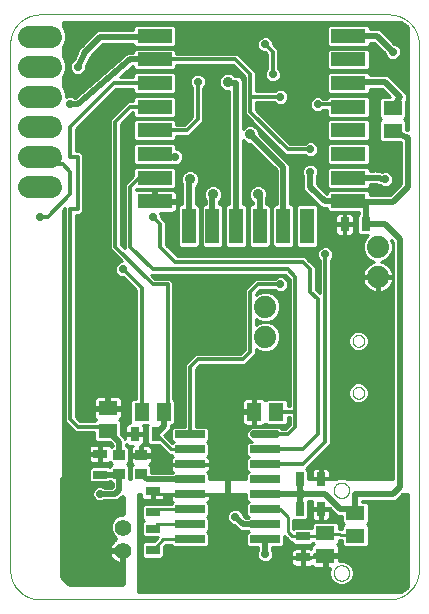
<source format=gbl>
G75*
%MOIN*%
%OFA0B0*%
%FSLAX25Y25*%
%IPPOS*%
%LPD*%
%AMOC8*
5,1,8,0,0,1.08239X$1,22.5*
%
%ADD10C,0.00000*%
%ADD11C,0.05600*%
%ADD12R,0.03150X0.04724*%
%ADD13R,0.04724X0.03150*%
%ADD14C,0.07400*%
%ADD15C,0.07400*%
%ADD16R,0.06299X0.05118*%
%ADD17R,0.05118X0.06299*%
%ADD18R,0.11811X0.04724*%
%ADD19R,0.04724X0.11811*%
%ADD20C,0.02500*%
%ADD21R,0.10000X0.02500*%
%ADD22R,0.03937X0.03740*%
%ADD23C,0.01969*%
%ADD24C,0.03562*%
%ADD25C,0.02775*%
%ADD26C,0.01181*%
%ADD27C,0.00984*%
D10*
X0001000Y0016467D02*
X0001000Y0191742D01*
X0001003Y0191980D01*
X0001011Y0192218D01*
X0001026Y0192455D01*
X0001046Y0192692D01*
X0001072Y0192928D01*
X0001103Y0193164D01*
X0001140Y0193399D01*
X0001183Y0193633D01*
X0001232Y0193866D01*
X0001286Y0194098D01*
X0001346Y0194328D01*
X0001411Y0194557D01*
X0001482Y0194784D01*
X0001558Y0195009D01*
X0001640Y0195232D01*
X0001727Y0195454D01*
X0001819Y0195673D01*
X0001917Y0195890D01*
X0002019Y0196104D01*
X0002127Y0196316D01*
X0002241Y0196526D01*
X0002359Y0196732D01*
X0002482Y0196936D01*
X0002610Y0197136D01*
X0002742Y0197333D01*
X0002880Y0197528D01*
X0003022Y0197718D01*
X0003169Y0197906D01*
X0003320Y0198089D01*
X0003475Y0198269D01*
X0003635Y0198445D01*
X0003799Y0198617D01*
X0003968Y0198786D01*
X0004140Y0198950D01*
X0004316Y0199110D01*
X0004496Y0199265D01*
X0004679Y0199416D01*
X0004867Y0199563D01*
X0005057Y0199705D01*
X0005252Y0199843D01*
X0005449Y0199975D01*
X0005649Y0200103D01*
X0005853Y0200226D01*
X0006059Y0200344D01*
X0006269Y0200458D01*
X0006481Y0200566D01*
X0006695Y0200668D01*
X0006912Y0200766D01*
X0007131Y0200858D01*
X0007353Y0200945D01*
X0007576Y0201027D01*
X0007801Y0201103D01*
X0008028Y0201174D01*
X0008257Y0201239D01*
X0008487Y0201299D01*
X0008719Y0201353D01*
X0008952Y0201402D01*
X0009186Y0201445D01*
X0009421Y0201482D01*
X0009657Y0201513D01*
X0009893Y0201539D01*
X0010130Y0201559D01*
X0010367Y0201574D01*
X0010605Y0201582D01*
X0010843Y0201585D01*
X0127358Y0201585D01*
X0127596Y0201582D01*
X0127834Y0201574D01*
X0128071Y0201559D01*
X0128308Y0201539D01*
X0128544Y0201513D01*
X0128780Y0201482D01*
X0129015Y0201445D01*
X0129249Y0201402D01*
X0129482Y0201353D01*
X0129714Y0201299D01*
X0129944Y0201239D01*
X0130173Y0201174D01*
X0130400Y0201103D01*
X0130625Y0201027D01*
X0130848Y0200945D01*
X0131070Y0200858D01*
X0131289Y0200766D01*
X0131506Y0200668D01*
X0131720Y0200566D01*
X0131932Y0200458D01*
X0132142Y0200344D01*
X0132348Y0200226D01*
X0132552Y0200103D01*
X0132752Y0199975D01*
X0132949Y0199843D01*
X0133144Y0199705D01*
X0133334Y0199563D01*
X0133522Y0199416D01*
X0133705Y0199265D01*
X0133885Y0199110D01*
X0134061Y0198950D01*
X0134233Y0198786D01*
X0134402Y0198617D01*
X0134566Y0198445D01*
X0134726Y0198269D01*
X0134881Y0198089D01*
X0135032Y0197906D01*
X0135179Y0197718D01*
X0135321Y0197528D01*
X0135459Y0197333D01*
X0135591Y0197136D01*
X0135719Y0196936D01*
X0135842Y0196732D01*
X0135960Y0196526D01*
X0136074Y0196316D01*
X0136182Y0196104D01*
X0136284Y0195890D01*
X0136382Y0195673D01*
X0136474Y0195454D01*
X0136561Y0195232D01*
X0136643Y0195009D01*
X0136719Y0194784D01*
X0136790Y0194557D01*
X0136855Y0194328D01*
X0136915Y0194098D01*
X0136969Y0193866D01*
X0137018Y0193633D01*
X0137061Y0193399D01*
X0137098Y0193164D01*
X0137129Y0192928D01*
X0137155Y0192692D01*
X0137175Y0192455D01*
X0137190Y0192218D01*
X0137198Y0191980D01*
X0137201Y0191742D01*
X0137201Y0016467D01*
X0137198Y0016229D01*
X0137190Y0015991D01*
X0137175Y0015754D01*
X0137155Y0015517D01*
X0137129Y0015281D01*
X0137098Y0015045D01*
X0137061Y0014810D01*
X0137018Y0014576D01*
X0136969Y0014343D01*
X0136915Y0014111D01*
X0136855Y0013881D01*
X0136790Y0013652D01*
X0136719Y0013425D01*
X0136643Y0013200D01*
X0136561Y0012977D01*
X0136474Y0012755D01*
X0136382Y0012536D01*
X0136284Y0012319D01*
X0136182Y0012105D01*
X0136074Y0011893D01*
X0135960Y0011683D01*
X0135842Y0011477D01*
X0135719Y0011273D01*
X0135591Y0011073D01*
X0135459Y0010876D01*
X0135321Y0010681D01*
X0135179Y0010491D01*
X0135032Y0010303D01*
X0134881Y0010120D01*
X0134726Y0009940D01*
X0134566Y0009764D01*
X0134402Y0009592D01*
X0134233Y0009423D01*
X0134061Y0009259D01*
X0133885Y0009099D01*
X0133705Y0008944D01*
X0133522Y0008793D01*
X0133334Y0008646D01*
X0133144Y0008504D01*
X0132949Y0008366D01*
X0132752Y0008234D01*
X0132552Y0008106D01*
X0132348Y0007983D01*
X0132142Y0007865D01*
X0131932Y0007751D01*
X0131720Y0007643D01*
X0131506Y0007541D01*
X0131289Y0007443D01*
X0131070Y0007351D01*
X0130848Y0007264D01*
X0130625Y0007182D01*
X0130400Y0007106D01*
X0130173Y0007035D01*
X0129944Y0006970D01*
X0129714Y0006910D01*
X0129482Y0006856D01*
X0129249Y0006807D01*
X0129015Y0006764D01*
X0128780Y0006727D01*
X0128544Y0006696D01*
X0128308Y0006670D01*
X0128071Y0006650D01*
X0127834Y0006635D01*
X0127596Y0006627D01*
X0127358Y0006624D01*
X0010843Y0006624D01*
X0010605Y0006627D01*
X0010367Y0006635D01*
X0010130Y0006650D01*
X0009893Y0006670D01*
X0009657Y0006696D01*
X0009421Y0006727D01*
X0009186Y0006764D01*
X0008952Y0006807D01*
X0008719Y0006856D01*
X0008487Y0006910D01*
X0008257Y0006970D01*
X0008028Y0007035D01*
X0007801Y0007106D01*
X0007576Y0007182D01*
X0007353Y0007264D01*
X0007131Y0007351D01*
X0006912Y0007443D01*
X0006695Y0007541D01*
X0006481Y0007643D01*
X0006269Y0007751D01*
X0006059Y0007865D01*
X0005853Y0007983D01*
X0005649Y0008106D01*
X0005449Y0008234D01*
X0005252Y0008366D01*
X0005057Y0008504D01*
X0004867Y0008646D01*
X0004679Y0008793D01*
X0004496Y0008944D01*
X0004316Y0009099D01*
X0004140Y0009259D01*
X0003968Y0009423D01*
X0003799Y0009592D01*
X0003635Y0009764D01*
X0003475Y0009940D01*
X0003320Y0010120D01*
X0003169Y0010303D01*
X0003022Y0010491D01*
X0002880Y0010681D01*
X0002742Y0010876D01*
X0002610Y0011073D01*
X0002482Y0011273D01*
X0002359Y0011477D01*
X0002241Y0011683D01*
X0002127Y0011893D01*
X0002019Y0012105D01*
X0001917Y0012319D01*
X0001819Y0012536D01*
X0001727Y0012755D01*
X0001640Y0012977D01*
X0001558Y0013200D01*
X0001482Y0013425D01*
X0001411Y0013652D01*
X0001346Y0013881D01*
X0001286Y0014111D01*
X0001232Y0014343D01*
X0001183Y0014576D01*
X0001140Y0014810D01*
X0001103Y0015045D01*
X0001072Y0015281D01*
X0001046Y0015517D01*
X0001026Y0015754D01*
X0001011Y0015991D01*
X0001003Y0016229D01*
X0001000Y0016467D01*
X0108835Y0015423D02*
X0108837Y0015524D01*
X0108843Y0015625D01*
X0108853Y0015726D01*
X0108867Y0015826D01*
X0108885Y0015925D01*
X0108907Y0016024D01*
X0108932Y0016122D01*
X0108962Y0016219D01*
X0108995Y0016314D01*
X0109032Y0016408D01*
X0109073Y0016501D01*
X0109117Y0016592D01*
X0109165Y0016681D01*
X0109217Y0016768D01*
X0109272Y0016853D01*
X0109330Y0016935D01*
X0109391Y0017016D01*
X0109456Y0017094D01*
X0109523Y0017169D01*
X0109593Y0017241D01*
X0109667Y0017311D01*
X0109743Y0017378D01*
X0109821Y0017442D01*
X0109902Y0017502D01*
X0109985Y0017559D01*
X0110071Y0017613D01*
X0110159Y0017664D01*
X0110248Y0017711D01*
X0110339Y0017755D01*
X0110432Y0017794D01*
X0110527Y0017831D01*
X0110622Y0017863D01*
X0110719Y0017892D01*
X0110818Y0017916D01*
X0110916Y0017937D01*
X0111016Y0017954D01*
X0111116Y0017967D01*
X0111217Y0017976D01*
X0111318Y0017981D01*
X0111419Y0017982D01*
X0111520Y0017979D01*
X0111621Y0017972D01*
X0111722Y0017961D01*
X0111822Y0017946D01*
X0111921Y0017927D01*
X0112020Y0017904D01*
X0112117Y0017878D01*
X0112214Y0017847D01*
X0112309Y0017813D01*
X0112402Y0017775D01*
X0112495Y0017733D01*
X0112585Y0017688D01*
X0112674Y0017639D01*
X0112760Y0017587D01*
X0112844Y0017531D01*
X0112927Y0017472D01*
X0113006Y0017410D01*
X0113084Y0017345D01*
X0113158Y0017277D01*
X0113230Y0017205D01*
X0113299Y0017132D01*
X0113365Y0017055D01*
X0113428Y0016976D01*
X0113488Y0016894D01*
X0113544Y0016810D01*
X0113597Y0016724D01*
X0113647Y0016636D01*
X0113693Y0016546D01*
X0113736Y0016455D01*
X0113775Y0016361D01*
X0113810Y0016266D01*
X0113841Y0016170D01*
X0113869Y0016073D01*
X0113893Y0015975D01*
X0113913Y0015876D01*
X0113929Y0015776D01*
X0113941Y0015675D01*
X0113949Y0015575D01*
X0113953Y0015474D01*
X0113953Y0015372D01*
X0113949Y0015271D01*
X0113941Y0015171D01*
X0113929Y0015070D01*
X0113913Y0014970D01*
X0113893Y0014871D01*
X0113869Y0014773D01*
X0113841Y0014676D01*
X0113810Y0014580D01*
X0113775Y0014485D01*
X0113736Y0014391D01*
X0113693Y0014300D01*
X0113647Y0014210D01*
X0113597Y0014122D01*
X0113544Y0014036D01*
X0113488Y0013952D01*
X0113428Y0013870D01*
X0113365Y0013791D01*
X0113299Y0013714D01*
X0113230Y0013641D01*
X0113158Y0013569D01*
X0113084Y0013501D01*
X0113006Y0013436D01*
X0112927Y0013374D01*
X0112844Y0013315D01*
X0112760Y0013259D01*
X0112673Y0013207D01*
X0112585Y0013158D01*
X0112495Y0013113D01*
X0112402Y0013071D01*
X0112309Y0013033D01*
X0112214Y0012999D01*
X0112117Y0012968D01*
X0112020Y0012942D01*
X0111921Y0012919D01*
X0111822Y0012900D01*
X0111722Y0012885D01*
X0111621Y0012874D01*
X0111520Y0012867D01*
X0111419Y0012864D01*
X0111318Y0012865D01*
X0111217Y0012870D01*
X0111116Y0012879D01*
X0111016Y0012892D01*
X0110916Y0012909D01*
X0110818Y0012930D01*
X0110719Y0012954D01*
X0110622Y0012983D01*
X0110527Y0013015D01*
X0110432Y0013052D01*
X0110339Y0013091D01*
X0110248Y0013135D01*
X0110159Y0013182D01*
X0110071Y0013233D01*
X0109985Y0013287D01*
X0109902Y0013344D01*
X0109821Y0013404D01*
X0109743Y0013468D01*
X0109667Y0013535D01*
X0109593Y0013605D01*
X0109523Y0013677D01*
X0109456Y0013752D01*
X0109391Y0013830D01*
X0109330Y0013911D01*
X0109272Y0013993D01*
X0109217Y0014078D01*
X0109165Y0014165D01*
X0109117Y0014254D01*
X0109073Y0014345D01*
X0109032Y0014438D01*
X0108995Y0014532D01*
X0108962Y0014627D01*
X0108932Y0014724D01*
X0108907Y0014822D01*
X0108885Y0014921D01*
X0108867Y0015020D01*
X0108853Y0015120D01*
X0108843Y0015221D01*
X0108837Y0015322D01*
X0108835Y0015423D01*
X0108835Y0042982D02*
X0108837Y0043083D01*
X0108843Y0043184D01*
X0108853Y0043285D01*
X0108867Y0043385D01*
X0108885Y0043484D01*
X0108907Y0043583D01*
X0108932Y0043681D01*
X0108962Y0043778D01*
X0108995Y0043873D01*
X0109032Y0043967D01*
X0109073Y0044060D01*
X0109117Y0044151D01*
X0109165Y0044240D01*
X0109217Y0044327D01*
X0109272Y0044412D01*
X0109330Y0044494D01*
X0109391Y0044575D01*
X0109456Y0044653D01*
X0109523Y0044728D01*
X0109593Y0044800D01*
X0109667Y0044870D01*
X0109743Y0044937D01*
X0109821Y0045001D01*
X0109902Y0045061D01*
X0109985Y0045118D01*
X0110071Y0045172D01*
X0110159Y0045223D01*
X0110248Y0045270D01*
X0110339Y0045314D01*
X0110432Y0045353D01*
X0110527Y0045390D01*
X0110622Y0045422D01*
X0110719Y0045451D01*
X0110818Y0045475D01*
X0110916Y0045496D01*
X0111016Y0045513D01*
X0111116Y0045526D01*
X0111217Y0045535D01*
X0111318Y0045540D01*
X0111419Y0045541D01*
X0111520Y0045538D01*
X0111621Y0045531D01*
X0111722Y0045520D01*
X0111822Y0045505D01*
X0111921Y0045486D01*
X0112020Y0045463D01*
X0112117Y0045437D01*
X0112214Y0045406D01*
X0112309Y0045372D01*
X0112402Y0045334D01*
X0112495Y0045292D01*
X0112585Y0045247D01*
X0112674Y0045198D01*
X0112760Y0045146D01*
X0112844Y0045090D01*
X0112927Y0045031D01*
X0113006Y0044969D01*
X0113084Y0044904D01*
X0113158Y0044836D01*
X0113230Y0044764D01*
X0113299Y0044691D01*
X0113365Y0044614D01*
X0113428Y0044535D01*
X0113488Y0044453D01*
X0113544Y0044369D01*
X0113597Y0044283D01*
X0113647Y0044195D01*
X0113693Y0044105D01*
X0113736Y0044014D01*
X0113775Y0043920D01*
X0113810Y0043825D01*
X0113841Y0043729D01*
X0113869Y0043632D01*
X0113893Y0043534D01*
X0113913Y0043435D01*
X0113929Y0043335D01*
X0113941Y0043234D01*
X0113949Y0043134D01*
X0113953Y0043033D01*
X0113953Y0042931D01*
X0113949Y0042830D01*
X0113941Y0042730D01*
X0113929Y0042629D01*
X0113913Y0042529D01*
X0113893Y0042430D01*
X0113869Y0042332D01*
X0113841Y0042235D01*
X0113810Y0042139D01*
X0113775Y0042044D01*
X0113736Y0041950D01*
X0113693Y0041859D01*
X0113647Y0041769D01*
X0113597Y0041681D01*
X0113544Y0041595D01*
X0113488Y0041511D01*
X0113428Y0041429D01*
X0113365Y0041350D01*
X0113299Y0041273D01*
X0113230Y0041200D01*
X0113158Y0041128D01*
X0113084Y0041060D01*
X0113006Y0040995D01*
X0112927Y0040933D01*
X0112844Y0040874D01*
X0112760Y0040818D01*
X0112673Y0040766D01*
X0112585Y0040717D01*
X0112495Y0040672D01*
X0112402Y0040630D01*
X0112309Y0040592D01*
X0112214Y0040558D01*
X0112117Y0040527D01*
X0112020Y0040501D01*
X0111921Y0040478D01*
X0111822Y0040459D01*
X0111722Y0040444D01*
X0111621Y0040433D01*
X0111520Y0040426D01*
X0111419Y0040423D01*
X0111318Y0040424D01*
X0111217Y0040429D01*
X0111116Y0040438D01*
X0111016Y0040451D01*
X0110916Y0040468D01*
X0110818Y0040489D01*
X0110719Y0040513D01*
X0110622Y0040542D01*
X0110527Y0040574D01*
X0110432Y0040611D01*
X0110339Y0040650D01*
X0110248Y0040694D01*
X0110159Y0040741D01*
X0110071Y0040792D01*
X0109985Y0040846D01*
X0109902Y0040903D01*
X0109821Y0040963D01*
X0109743Y0041027D01*
X0109667Y0041094D01*
X0109593Y0041164D01*
X0109523Y0041236D01*
X0109456Y0041311D01*
X0109391Y0041389D01*
X0109330Y0041470D01*
X0109272Y0041552D01*
X0109217Y0041637D01*
X0109165Y0041724D01*
X0109117Y0041813D01*
X0109073Y0041904D01*
X0109032Y0041997D01*
X0108995Y0042091D01*
X0108962Y0042186D01*
X0108932Y0042283D01*
X0108907Y0042381D01*
X0108885Y0042480D01*
X0108867Y0042579D01*
X0108853Y0042679D01*
X0108843Y0042780D01*
X0108837Y0042881D01*
X0108835Y0042982D01*
X0115094Y0075463D02*
X0115096Y0075551D01*
X0115102Y0075639D01*
X0115112Y0075727D01*
X0115126Y0075815D01*
X0115143Y0075901D01*
X0115165Y0075987D01*
X0115190Y0076071D01*
X0115220Y0076155D01*
X0115252Y0076237D01*
X0115289Y0076317D01*
X0115329Y0076396D01*
X0115373Y0076473D01*
X0115420Y0076548D01*
X0115470Y0076620D01*
X0115524Y0076691D01*
X0115580Y0076758D01*
X0115640Y0076824D01*
X0115702Y0076886D01*
X0115768Y0076946D01*
X0115835Y0077002D01*
X0115906Y0077056D01*
X0115978Y0077106D01*
X0116053Y0077153D01*
X0116130Y0077197D01*
X0116209Y0077237D01*
X0116289Y0077274D01*
X0116371Y0077306D01*
X0116455Y0077336D01*
X0116539Y0077361D01*
X0116625Y0077383D01*
X0116711Y0077400D01*
X0116799Y0077414D01*
X0116887Y0077424D01*
X0116975Y0077430D01*
X0117063Y0077432D01*
X0117151Y0077430D01*
X0117239Y0077424D01*
X0117327Y0077414D01*
X0117415Y0077400D01*
X0117501Y0077383D01*
X0117587Y0077361D01*
X0117671Y0077336D01*
X0117755Y0077306D01*
X0117837Y0077274D01*
X0117917Y0077237D01*
X0117996Y0077197D01*
X0118073Y0077153D01*
X0118148Y0077106D01*
X0118220Y0077056D01*
X0118291Y0077002D01*
X0118358Y0076946D01*
X0118424Y0076886D01*
X0118486Y0076824D01*
X0118546Y0076758D01*
X0118602Y0076691D01*
X0118656Y0076620D01*
X0118706Y0076548D01*
X0118753Y0076473D01*
X0118797Y0076396D01*
X0118837Y0076317D01*
X0118874Y0076237D01*
X0118906Y0076155D01*
X0118936Y0076071D01*
X0118961Y0075987D01*
X0118983Y0075901D01*
X0119000Y0075815D01*
X0119014Y0075727D01*
X0119024Y0075639D01*
X0119030Y0075551D01*
X0119032Y0075463D01*
X0119030Y0075375D01*
X0119024Y0075287D01*
X0119014Y0075199D01*
X0119000Y0075111D01*
X0118983Y0075025D01*
X0118961Y0074939D01*
X0118936Y0074855D01*
X0118906Y0074771D01*
X0118874Y0074689D01*
X0118837Y0074609D01*
X0118797Y0074530D01*
X0118753Y0074453D01*
X0118706Y0074378D01*
X0118656Y0074306D01*
X0118602Y0074235D01*
X0118546Y0074168D01*
X0118486Y0074102D01*
X0118424Y0074040D01*
X0118358Y0073980D01*
X0118291Y0073924D01*
X0118220Y0073870D01*
X0118148Y0073820D01*
X0118073Y0073773D01*
X0117996Y0073729D01*
X0117917Y0073689D01*
X0117837Y0073652D01*
X0117755Y0073620D01*
X0117671Y0073590D01*
X0117587Y0073565D01*
X0117501Y0073543D01*
X0117415Y0073526D01*
X0117327Y0073512D01*
X0117239Y0073502D01*
X0117151Y0073496D01*
X0117063Y0073494D01*
X0116975Y0073496D01*
X0116887Y0073502D01*
X0116799Y0073512D01*
X0116711Y0073526D01*
X0116625Y0073543D01*
X0116539Y0073565D01*
X0116455Y0073590D01*
X0116371Y0073620D01*
X0116289Y0073652D01*
X0116209Y0073689D01*
X0116130Y0073729D01*
X0116053Y0073773D01*
X0115978Y0073820D01*
X0115906Y0073870D01*
X0115835Y0073924D01*
X0115768Y0073980D01*
X0115702Y0074040D01*
X0115640Y0074102D01*
X0115580Y0074168D01*
X0115524Y0074235D01*
X0115470Y0074306D01*
X0115420Y0074378D01*
X0115373Y0074453D01*
X0115329Y0074530D01*
X0115289Y0074609D01*
X0115252Y0074689D01*
X0115220Y0074771D01*
X0115190Y0074855D01*
X0115165Y0074939D01*
X0115143Y0075025D01*
X0115126Y0075111D01*
X0115112Y0075199D01*
X0115102Y0075287D01*
X0115096Y0075375D01*
X0115094Y0075463D01*
X0115094Y0092785D02*
X0115096Y0092873D01*
X0115102Y0092961D01*
X0115112Y0093049D01*
X0115126Y0093137D01*
X0115143Y0093223D01*
X0115165Y0093309D01*
X0115190Y0093393D01*
X0115220Y0093477D01*
X0115252Y0093559D01*
X0115289Y0093639D01*
X0115329Y0093718D01*
X0115373Y0093795D01*
X0115420Y0093870D01*
X0115470Y0093942D01*
X0115524Y0094013D01*
X0115580Y0094080D01*
X0115640Y0094146D01*
X0115702Y0094208D01*
X0115768Y0094268D01*
X0115835Y0094324D01*
X0115906Y0094378D01*
X0115978Y0094428D01*
X0116053Y0094475D01*
X0116130Y0094519D01*
X0116209Y0094559D01*
X0116289Y0094596D01*
X0116371Y0094628D01*
X0116455Y0094658D01*
X0116539Y0094683D01*
X0116625Y0094705D01*
X0116711Y0094722D01*
X0116799Y0094736D01*
X0116887Y0094746D01*
X0116975Y0094752D01*
X0117063Y0094754D01*
X0117151Y0094752D01*
X0117239Y0094746D01*
X0117327Y0094736D01*
X0117415Y0094722D01*
X0117501Y0094705D01*
X0117587Y0094683D01*
X0117671Y0094658D01*
X0117755Y0094628D01*
X0117837Y0094596D01*
X0117917Y0094559D01*
X0117996Y0094519D01*
X0118073Y0094475D01*
X0118148Y0094428D01*
X0118220Y0094378D01*
X0118291Y0094324D01*
X0118358Y0094268D01*
X0118424Y0094208D01*
X0118486Y0094146D01*
X0118546Y0094080D01*
X0118602Y0094013D01*
X0118656Y0093942D01*
X0118706Y0093870D01*
X0118753Y0093795D01*
X0118797Y0093718D01*
X0118837Y0093639D01*
X0118874Y0093559D01*
X0118906Y0093477D01*
X0118936Y0093393D01*
X0118961Y0093309D01*
X0118983Y0093223D01*
X0119000Y0093137D01*
X0119014Y0093049D01*
X0119024Y0092961D01*
X0119030Y0092873D01*
X0119032Y0092785D01*
X0119030Y0092697D01*
X0119024Y0092609D01*
X0119014Y0092521D01*
X0119000Y0092433D01*
X0118983Y0092347D01*
X0118961Y0092261D01*
X0118936Y0092177D01*
X0118906Y0092093D01*
X0118874Y0092011D01*
X0118837Y0091931D01*
X0118797Y0091852D01*
X0118753Y0091775D01*
X0118706Y0091700D01*
X0118656Y0091628D01*
X0118602Y0091557D01*
X0118546Y0091490D01*
X0118486Y0091424D01*
X0118424Y0091362D01*
X0118358Y0091302D01*
X0118291Y0091246D01*
X0118220Y0091192D01*
X0118148Y0091142D01*
X0118073Y0091095D01*
X0117996Y0091051D01*
X0117917Y0091011D01*
X0117837Y0090974D01*
X0117755Y0090942D01*
X0117671Y0090912D01*
X0117587Y0090887D01*
X0117501Y0090865D01*
X0117415Y0090848D01*
X0117327Y0090834D01*
X0117239Y0090824D01*
X0117151Y0090818D01*
X0117063Y0090816D01*
X0116975Y0090818D01*
X0116887Y0090824D01*
X0116799Y0090834D01*
X0116711Y0090848D01*
X0116625Y0090865D01*
X0116539Y0090887D01*
X0116455Y0090912D01*
X0116371Y0090942D01*
X0116289Y0090974D01*
X0116209Y0091011D01*
X0116130Y0091051D01*
X0116053Y0091095D01*
X0115978Y0091142D01*
X0115906Y0091192D01*
X0115835Y0091246D01*
X0115768Y0091302D01*
X0115702Y0091362D01*
X0115640Y0091424D01*
X0115580Y0091490D01*
X0115524Y0091557D01*
X0115470Y0091628D01*
X0115420Y0091700D01*
X0115373Y0091775D01*
X0115329Y0091852D01*
X0115289Y0091931D01*
X0115252Y0092011D01*
X0115220Y0092093D01*
X0115190Y0092177D01*
X0115165Y0092261D01*
X0115143Y0092347D01*
X0115126Y0092433D01*
X0115112Y0092521D01*
X0115102Y0092609D01*
X0115096Y0092697D01*
X0115094Y0092785D01*
D11*
X0038500Y0030561D03*
X0038500Y0022687D03*
D12*
X0042457Y0061624D03*
X0049543Y0061624D03*
X0097457Y0046624D03*
X0097457Y0036624D03*
X0104543Y0036624D03*
X0104543Y0046624D03*
X0112457Y0131624D03*
X0119543Y0131624D03*
D13*
X0098500Y0027667D03*
X0098500Y0020581D03*
X0048500Y0023081D03*
X0048500Y0030167D03*
X0048500Y0035581D03*
X0048500Y0042667D03*
X0031000Y0048081D03*
X0031000Y0055167D03*
D14*
X0014700Y0144124D02*
X0007300Y0144124D01*
X0007300Y0154124D02*
X0014700Y0154124D01*
X0014700Y0164124D02*
X0007300Y0164124D01*
X0007300Y0174124D02*
X0014700Y0174124D01*
X0014700Y0184124D02*
X0007300Y0184124D01*
X0007300Y0194124D02*
X0014700Y0194124D01*
D15*
X0086000Y0104124D03*
X0086000Y0094124D03*
X0123500Y0114124D03*
X0123500Y0124124D03*
D16*
X0128500Y0162884D03*
X0128500Y0170364D03*
X0116000Y0035364D03*
X0116000Y0027884D03*
X0106000Y0028652D03*
X0106000Y0021171D03*
X0033500Y0062884D03*
X0033500Y0070364D03*
D17*
X0044760Y0069124D03*
X0052240Y0069124D03*
X0082260Y0069124D03*
X0089740Y0069124D03*
D18*
X0113677Y0139341D03*
X0113677Y0147215D03*
X0113677Y0155089D03*
X0113677Y0162963D03*
X0113677Y0170837D03*
X0113677Y0178711D03*
X0113677Y0186585D03*
X0113677Y0194459D03*
X0049110Y0194459D03*
X0049110Y0186585D03*
X0049110Y0178711D03*
X0049110Y0170837D03*
X0049110Y0162963D03*
X0049110Y0155089D03*
X0049110Y0147215D03*
X0049110Y0139341D03*
D19*
X0060528Y0131073D03*
X0068402Y0131073D03*
X0076276Y0131073D03*
X0084150Y0131073D03*
X0092024Y0131073D03*
X0099898Y0131073D03*
D20*
X0089750Y0061624D02*
X0082250Y0061624D01*
D21*
X0086000Y0056624D03*
X0086000Y0051624D03*
X0086000Y0046624D03*
X0086000Y0041624D03*
X0086000Y0036624D03*
X0086000Y0031624D03*
X0086000Y0026624D03*
X0061000Y0026624D03*
X0061000Y0031624D03*
X0061000Y0036624D03*
X0061000Y0041624D03*
X0061000Y0046624D03*
X0061000Y0051624D03*
X0061000Y0056624D03*
X0061000Y0061624D03*
D22*
X0044642Y0054675D03*
X0044642Y0048573D03*
X0037358Y0048573D03*
X0037358Y0054675D03*
D23*
X0037358Y0059026D01*
X0033500Y0062884D01*
X0037358Y0048573D02*
X0037358Y0042982D01*
X0036000Y0041624D01*
X0031000Y0041624D01*
X0032564Y0039056D02*
X0031591Y0038652D01*
X0030409Y0038652D01*
X0029317Y0039105D01*
X0028481Y0039941D01*
X0028028Y0041033D01*
X0028028Y0042215D01*
X0028481Y0043307D01*
X0029317Y0044143D01*
X0030409Y0044596D01*
X0031591Y0044596D01*
X0032564Y0044193D01*
X0034790Y0044193D01*
X0034790Y0045119D01*
X0034734Y0045119D01*
X0034474Y0045378D01*
X0034018Y0044922D01*
X0027982Y0044922D01*
X0027054Y0045850D01*
X0027054Y0046624D01*
X0018500Y0046624D01*
X0018500Y0014124D01*
X0021000Y0011624D01*
X0038500Y0011624D01*
X0038500Y0022687D01*
X0038500Y0022687D01*
X0038500Y0017903D01*
X0038123Y0017903D01*
X0037380Y0018021D01*
X0036663Y0018253D01*
X0035992Y0018595D01*
X0035383Y0019038D01*
X0034851Y0019570D01*
X0034408Y0020180D01*
X0034066Y0020850D01*
X0033834Y0021567D01*
X0033716Y0022310D01*
X0033716Y0022687D01*
X0038500Y0022687D01*
X0038500Y0022687D01*
X0033716Y0022687D01*
X0033716Y0023064D01*
X0033834Y0023807D01*
X0034066Y0024524D01*
X0034408Y0025195D01*
X0034851Y0025804D01*
X0035383Y0026336D01*
X0035992Y0026779D01*
X0036074Y0026820D01*
X0036017Y0026844D01*
X0034783Y0028078D01*
X0034116Y0029689D01*
X0034116Y0031433D01*
X0034783Y0033045D01*
X0036017Y0034278D01*
X0037628Y0034945D01*
X0038500Y0034945D01*
X0038500Y0040492D01*
X0038177Y0040169D01*
X0037455Y0039447D01*
X0036511Y0039056D01*
X0032564Y0039056D01*
X0035901Y0034162D02*
X0018500Y0034162D01*
X0018500Y0032195D02*
X0034431Y0032195D01*
X0034116Y0030228D02*
X0018500Y0030228D01*
X0018500Y0028261D02*
X0034707Y0028261D01*
X0035341Y0026294D02*
X0018500Y0026294D01*
X0018500Y0024327D02*
X0034002Y0024327D01*
X0033716Y0022360D02*
X0018500Y0022360D01*
X0018500Y0020393D02*
X0034299Y0020393D01*
X0036324Y0018426D02*
X0018500Y0018426D01*
X0018500Y0016459D02*
X0038500Y0016459D01*
X0038500Y0014492D02*
X0018500Y0014492D01*
X0020099Y0012525D02*
X0038500Y0012525D01*
X0038500Y0018426D02*
X0038500Y0018426D01*
X0038500Y0020393D02*
X0038500Y0020393D01*
X0038500Y0022360D02*
X0038500Y0022360D01*
X0038500Y0036129D02*
X0018500Y0036129D01*
X0018500Y0038096D02*
X0038500Y0038096D01*
X0038500Y0040063D02*
X0038072Y0040063D01*
X0036866Y0048081D02*
X0037358Y0048573D01*
X0036866Y0048081D02*
X0031000Y0048081D01*
X0029171Y0043997D02*
X0018500Y0043997D01*
X0018500Y0042030D02*
X0028028Y0042030D01*
X0028430Y0040063D02*
X0018500Y0040063D01*
X0018500Y0045964D02*
X0027054Y0045964D01*
X0044642Y0048573D02*
X0046591Y0046624D01*
X0061000Y0046624D01*
X0049543Y0061624D02*
X0052240Y0064321D01*
X0052240Y0069124D01*
X0073500Y0049124D02*
X0073500Y0039124D01*
X0076000Y0034124D02*
X0078500Y0031624D01*
X0086000Y0031624D01*
X0086000Y0026624D02*
X0086000Y0021624D01*
X0097457Y0036624D02*
X0097457Y0040581D01*
X0098500Y0041624D01*
X0106000Y0041624D01*
X0111000Y0036624D01*
X0114740Y0036624D01*
X0116000Y0035364D01*
X0116000Y0041624D01*
X0128500Y0041624D01*
X0131000Y0044124D01*
X0131000Y0126624D01*
X0126000Y0131624D01*
X0119543Y0131624D01*
X0119543Y0138081D01*
X0118500Y0139124D01*
X0128500Y0139124D01*
X0133500Y0144124D01*
X0133500Y0160384D01*
X0128500Y0162884D01*
X0128500Y0170364D02*
X0131000Y0174124D01*
X0126000Y0179124D01*
X0116591Y0179124D01*
X0113677Y0178711D01*
X0113677Y0194459D02*
X0123165Y0194459D01*
X0128500Y0189124D01*
X0122909Y0147215D02*
X0113677Y0147215D01*
X0113677Y0139341D02*
X0113894Y0139124D01*
X0118500Y0139124D01*
X0122909Y0147215D02*
X0126000Y0146624D01*
X0113677Y0139341D02*
X0105783Y0139341D01*
X0101000Y0144124D01*
X0101000Y0149124D01*
X0092024Y0150600D02*
X0081000Y0161624D01*
X0076276Y0178848D02*
X0073500Y0179124D01*
X0076276Y0178848D02*
X0076276Y0131073D01*
X0084150Y0131073D02*
X0084150Y0140974D01*
X0083500Y0141624D01*
X0092024Y0150600D02*
X0092024Y0131073D01*
X0068402Y0131073D02*
X0068402Y0141526D01*
X0068500Y0141624D01*
X0061000Y0146624D02*
X0060528Y0146152D01*
X0060528Y0131073D01*
X0023500Y0171624D02*
X0041000Y0186624D01*
X0049071Y0186624D01*
X0049110Y0186585D01*
X0048776Y0194124D02*
X0031000Y0194124D01*
X0026000Y0189124D01*
X0023500Y0184124D01*
X0023500Y0171624D02*
X0021000Y0171624D01*
X0048776Y0194124D02*
X0049110Y0194459D01*
X0097457Y0046624D02*
X0097457Y0042667D01*
X0098500Y0041624D01*
X0086000Y0041624D01*
D24*
X0083500Y0141624D03*
X0081000Y0161624D03*
X0073500Y0179124D03*
X0061000Y0146624D03*
X0068500Y0141624D03*
D25*
X0056000Y0154124D03*
X0058500Y0171624D03*
X0063500Y0179124D03*
X0068500Y0179124D03*
X0066000Y0194124D03*
X0071000Y0194124D03*
X0076000Y0194124D03*
X0086000Y0191624D03*
X0088500Y0181624D03*
X0091000Y0174124D03*
X0101000Y0156624D03*
X0101000Y0149124D03*
X0098500Y0141624D03*
X0106000Y0121624D03*
X0116000Y0104124D03*
X0091000Y0111624D03*
X0091000Y0089124D03*
X0091000Y0084124D03*
X0076000Y0094124D03*
X0076000Y0099124D03*
X0076000Y0104124D03*
X0076000Y0109124D03*
X0071000Y0109124D03*
X0071000Y0104124D03*
X0071000Y0099124D03*
X0071000Y0094124D03*
X0066000Y0104124D03*
X0066000Y0109124D03*
X0048500Y0134124D03*
X0038500Y0116624D03*
X0033500Y0101624D03*
X0033500Y0096624D03*
X0028500Y0096624D03*
X0028500Y0101624D03*
X0011000Y0134124D03*
X0028500Y0144124D03*
X0028500Y0149124D03*
X0028500Y0154124D03*
X0033500Y0154124D03*
X0033500Y0149124D03*
X0033500Y0144124D03*
X0028500Y0161624D03*
X0031000Y0169124D03*
X0023500Y0184124D03*
X0021000Y0171624D03*
X0023500Y0196624D03*
X0103500Y0171624D03*
X0126000Y0146624D03*
X0128500Y0189124D03*
X0051000Y0051624D03*
X0031000Y0041624D03*
X0023500Y0031624D03*
X0023500Y0026624D03*
X0023500Y0051624D03*
X0051000Y0016624D03*
X0071000Y0036624D03*
X0076000Y0034124D03*
X0086000Y0021624D03*
X0108500Y0034124D03*
X0123500Y0031624D03*
X0123500Y0026624D03*
X0123500Y0021624D03*
X0128500Y0021624D03*
X0128500Y0026624D03*
X0128500Y0031624D03*
X0128500Y0036624D03*
X0123500Y0036624D03*
D26*
X0106000Y0059124D02*
X0106000Y0121624D01*
X0101000Y0116624D02*
X0098500Y0119124D01*
X0056000Y0119124D01*
X0051000Y0124124D01*
X0051000Y0131624D01*
X0048500Y0134124D01*
X0041000Y0124124D02*
X0041000Y0144124D01*
X0043500Y0146624D01*
X0048520Y0146624D01*
X0049110Y0147215D01*
X0050075Y0154124D02*
X0049110Y0155089D01*
X0050075Y0154124D02*
X0056000Y0154124D01*
X0059839Y0162963D02*
X0049110Y0162963D01*
X0049110Y0170837D02*
X0041000Y0170837D01*
X0036000Y0165837D01*
X0036000Y0124124D01*
X0048500Y0111624D01*
X0053500Y0111624D01*
X0053500Y0070384D01*
X0052240Y0069124D01*
X0044760Y0069124D02*
X0044760Y0110364D01*
X0038500Y0116624D01*
X0041000Y0124124D02*
X0048500Y0116624D01*
X0093500Y0116624D01*
X0096000Y0114124D01*
X0096000Y0069124D01*
X0089740Y0069124D01*
X0096000Y0064124D02*
X0093500Y0061624D01*
X0086000Y0061624D01*
X0086000Y0056624D02*
X0098500Y0056624D01*
X0103500Y0061624D01*
X0103500Y0106624D01*
X0101000Y0109124D01*
X0101000Y0116624D01*
X0091000Y0111624D02*
X0083500Y0111624D01*
X0081000Y0109124D01*
X0081000Y0089124D01*
X0078500Y0086624D01*
X0063500Y0086624D01*
X0061000Y0084124D01*
X0061000Y0061624D01*
X0086000Y0051624D02*
X0098500Y0051624D01*
X0106000Y0059124D01*
X0096000Y0064124D02*
X0096000Y0069124D01*
X0093500Y0156624D02*
X0081000Y0169124D01*
X0081000Y0174124D01*
X0091000Y0174124D01*
X0088500Y0181624D02*
X0088500Y0189124D01*
X0086000Y0191624D01*
X0081000Y0181624D02*
X0076000Y0186624D01*
X0049150Y0186624D01*
X0049110Y0186585D01*
X0049110Y0178711D02*
X0035587Y0178711D01*
X0021000Y0164124D01*
X0021000Y0154124D01*
X0023500Y0154124D01*
X0023500Y0136624D01*
X0021000Y0136624D01*
X0021000Y0066624D01*
X0023500Y0064124D01*
X0032260Y0064124D01*
X0033500Y0062884D01*
X0013500Y0134124D02*
X0011000Y0134124D01*
X0013500Y0134124D02*
X0021000Y0141624D01*
X0021000Y0149124D01*
X0018500Y0151624D01*
X0013500Y0151624D01*
X0011000Y0154124D01*
X0059839Y0162963D02*
X0063500Y0166624D01*
X0063500Y0179124D01*
X0081000Y0181624D02*
X0081000Y0174124D01*
X0093500Y0156624D02*
X0101000Y0156624D01*
X0103500Y0171624D02*
X0112890Y0171624D01*
X0113677Y0170837D01*
D27*
X0107242Y0174478D02*
X0106492Y0173729D01*
X0106492Y0173494D01*
X0105402Y0173494D01*
X0105011Y0173885D01*
X0104030Y0174291D01*
X0102970Y0174291D01*
X0101989Y0173885D01*
X0101239Y0173135D01*
X0100833Y0172155D01*
X0100833Y0171094D01*
X0101239Y0170113D01*
X0101989Y0169363D01*
X0102970Y0168957D01*
X0104030Y0168957D01*
X0105011Y0169363D01*
X0105402Y0169754D01*
X0106492Y0169754D01*
X0106492Y0167944D01*
X0107242Y0167195D01*
X0120113Y0167195D01*
X0120862Y0167944D01*
X0120862Y0173729D01*
X0120113Y0174478D01*
X0107242Y0174478D01*
X0107242Y0175069D02*
X0106492Y0175818D01*
X0106492Y0181603D01*
X0107242Y0182352D01*
X0120113Y0182352D01*
X0120862Y0181603D01*
X0120862Y0181388D01*
X0126938Y0181388D01*
X0132441Y0175884D01*
X0133034Y0175490D01*
X0133084Y0175241D01*
X0133264Y0175062D01*
X0133264Y0174350D01*
X0133404Y0173651D01*
X0133264Y0173440D01*
X0133264Y0173186D01*
X0132929Y0172852D01*
X0132929Y0167275D01*
X0132278Y0166624D01*
X0132929Y0165973D01*
X0132929Y0163200D01*
X0133500Y0162915D01*
X0133500Y0197320D01*
X0133263Y0197647D01*
X0131230Y0199124D01*
X0018500Y0199124D01*
X0018500Y0197366D01*
X0018921Y0196945D01*
X0019680Y0195115D01*
X0019680Y0193134D01*
X0018921Y0191303D01*
X0018500Y0190882D01*
X0018500Y0187366D01*
X0018921Y0186945D01*
X0019680Y0185115D01*
X0019680Y0183134D01*
X0018921Y0181303D01*
X0018500Y0180882D01*
X0018500Y0177366D01*
X0018921Y0176945D01*
X0019680Y0175115D01*
X0019680Y0173964D01*
X0020470Y0174291D01*
X0021530Y0174291D01*
X0022504Y0173888D01*
X0022663Y0173888D01*
X0039461Y0188286D01*
X0040062Y0188888D01*
X0040163Y0188888D01*
X0040239Y0188953D01*
X0041087Y0188888D01*
X0041925Y0188888D01*
X0041925Y0189477D01*
X0042675Y0190226D01*
X0055546Y0190226D01*
X0056295Y0189477D01*
X0056295Y0188494D01*
X0076775Y0188494D01*
X0077870Y0187399D01*
X0082870Y0182399D01*
X0082870Y0175994D01*
X0089098Y0175994D01*
X0089489Y0176385D01*
X0090470Y0176791D01*
X0091530Y0176791D01*
X0092511Y0176385D01*
X0093261Y0175635D01*
X0093667Y0174655D01*
X0093667Y0173594D01*
X0093261Y0172613D01*
X0092511Y0171863D01*
X0091530Y0171457D01*
X0090470Y0171457D01*
X0089489Y0171863D01*
X0089098Y0172254D01*
X0082870Y0172254D01*
X0082870Y0169899D01*
X0094275Y0158494D01*
X0099098Y0158494D01*
X0099489Y0158885D01*
X0100470Y0159291D01*
X0101530Y0159291D01*
X0102511Y0158885D01*
X0103261Y0158135D01*
X0103667Y0157155D01*
X0103667Y0156094D01*
X0103261Y0155113D01*
X0102511Y0154363D01*
X0101530Y0153957D01*
X0100470Y0153957D01*
X0099489Y0154363D01*
X0099098Y0154754D01*
X0092725Y0154754D01*
X0080225Y0167254D01*
X0079130Y0168349D01*
X0079130Y0180849D01*
X0075225Y0184754D01*
X0056295Y0184754D01*
X0056295Y0183692D01*
X0055546Y0182943D01*
X0042675Y0182943D01*
X0041925Y0183692D01*
X0041925Y0184360D01*
X0041837Y0184360D01*
X0037428Y0180581D01*
X0041925Y0180581D01*
X0041925Y0181603D01*
X0042675Y0182352D01*
X0055546Y0182352D01*
X0056295Y0181603D01*
X0056295Y0175818D01*
X0055546Y0175069D01*
X0042675Y0175069D01*
X0041925Y0175818D01*
X0041925Y0176841D01*
X0036361Y0176841D01*
X0022870Y0163349D01*
X0022870Y0155994D01*
X0024275Y0155994D01*
X0025370Y0154899D01*
X0025370Y0135849D01*
X0024275Y0134754D01*
X0022870Y0134754D01*
X0022870Y0067399D01*
X0024275Y0065994D01*
X0029092Y0065994D01*
X0029608Y0066511D01*
X0029434Y0066611D01*
X0029156Y0066889D01*
X0028960Y0067229D01*
X0028858Y0067609D01*
X0028858Y0069872D01*
X0033008Y0069872D01*
X0033008Y0070856D01*
X0028858Y0070856D01*
X0028858Y0073120D01*
X0028960Y0073499D01*
X0029156Y0073839D01*
X0029434Y0074117D01*
X0029774Y0074314D01*
X0030154Y0074415D01*
X0033008Y0074415D01*
X0033008Y0070856D01*
X0033992Y0070856D01*
X0038142Y0070856D01*
X0038142Y0073120D01*
X0038040Y0073499D01*
X0037844Y0073839D01*
X0037566Y0074117D01*
X0037226Y0074314D01*
X0036846Y0074415D01*
X0033992Y0074415D01*
X0033992Y0070856D01*
X0033992Y0069872D01*
X0038142Y0069872D01*
X0038142Y0067609D01*
X0038040Y0067229D01*
X0037844Y0066889D01*
X0037566Y0066611D01*
X0037392Y0066511D01*
X0037929Y0065973D01*
X0037929Y0061656D01*
X0039390Y0060196D01*
X0039390Y0061329D01*
X0042161Y0061329D01*
X0042161Y0061919D01*
X0039390Y0061919D01*
X0039390Y0064183D01*
X0039491Y0064562D01*
X0039688Y0064902D01*
X0039966Y0065180D01*
X0040306Y0065377D01*
X0040685Y0065478D01*
X0040921Y0065478D01*
X0040921Y0072804D01*
X0041671Y0073553D01*
X0042890Y0073553D01*
X0042890Y0109590D01*
X0038522Y0113957D01*
X0037970Y0113957D01*
X0036989Y0114363D01*
X0036239Y0115113D01*
X0035833Y0116094D01*
X0035833Y0117155D01*
X0036239Y0118135D01*
X0036989Y0118885D01*
X0037970Y0119291D01*
X0038188Y0119291D01*
X0035225Y0122254D01*
X0034130Y0123349D01*
X0034130Y0166611D01*
X0040225Y0172707D01*
X0041925Y0172707D01*
X0041925Y0173729D01*
X0042675Y0174478D01*
X0055546Y0174478D01*
X0056295Y0173729D01*
X0056295Y0167944D01*
X0055546Y0167195D01*
X0042675Y0167195D01*
X0041925Y0167944D01*
X0041925Y0168967D01*
X0041775Y0168967D01*
X0037870Y0165062D01*
X0037870Y0124899D01*
X0039130Y0123639D01*
X0039130Y0144899D01*
X0041630Y0147399D01*
X0041925Y0147694D01*
X0041925Y0150107D01*
X0042675Y0150856D01*
X0055546Y0150856D01*
X0056295Y0150107D01*
X0056295Y0144322D01*
X0055546Y0143573D01*
X0043093Y0143573D01*
X0042870Y0143349D01*
X0042870Y0143158D01*
X0043008Y0143195D01*
X0048618Y0143195D01*
X0048618Y0139833D01*
X0049602Y0139833D01*
X0049602Y0143195D01*
X0055212Y0143195D01*
X0055592Y0143093D01*
X0055932Y0142897D01*
X0056210Y0142619D01*
X0056406Y0142279D01*
X0056508Y0141899D01*
X0056508Y0139833D01*
X0049602Y0139833D01*
X0049602Y0138848D01*
X0056508Y0138848D01*
X0056508Y0136782D01*
X0056406Y0136402D01*
X0056210Y0136062D01*
X0055932Y0135784D01*
X0055592Y0135588D01*
X0055212Y0135486D01*
X0050822Y0135486D01*
X0051167Y0134655D01*
X0051167Y0134102D01*
X0051775Y0133494D01*
X0051775Y0133494D01*
X0052870Y0132399D01*
X0052870Y0124899D01*
X0056775Y0120994D01*
X0099275Y0120994D01*
X0100370Y0119899D01*
X0102870Y0117399D01*
X0102870Y0109899D01*
X0104130Y0108639D01*
X0104130Y0119722D01*
X0103739Y0120113D01*
X0103333Y0121094D01*
X0103333Y0122155D01*
X0103739Y0123135D01*
X0104489Y0123885D01*
X0105470Y0124291D01*
X0106530Y0124291D01*
X0107511Y0123885D01*
X0108261Y0123135D01*
X0108667Y0122155D01*
X0108667Y0121094D01*
X0108261Y0120113D01*
X0107870Y0119722D01*
X0107870Y0058349D01*
X0106775Y0057254D01*
X0099674Y0050153D01*
X0100311Y0049516D01*
X0100311Y0046624D01*
X0104248Y0046624D01*
X0104248Y0046919D01*
X0101476Y0046919D01*
X0101476Y0049183D01*
X0101578Y0049562D01*
X0101775Y0049902D01*
X0102052Y0050180D01*
X0102393Y0050377D01*
X0102772Y0050478D01*
X0104248Y0050478D01*
X0104248Y0046919D01*
X0104839Y0046919D01*
X0107610Y0046919D01*
X0107610Y0049183D01*
X0107509Y0049562D01*
X0107312Y0049902D01*
X0107034Y0050180D01*
X0106694Y0050377D01*
X0106315Y0050478D01*
X0104839Y0050478D01*
X0104839Y0046919D01*
X0104839Y0046624D01*
X0109599Y0046624D01*
X0110588Y0047033D01*
X0112200Y0047033D01*
X0113188Y0046624D01*
X0128736Y0046624D01*
X0128736Y0125686D01*
X0127894Y0126529D01*
X0128480Y0125115D01*
X0128480Y0123134D01*
X0127721Y0121303D01*
X0126321Y0119903D01*
X0124629Y0119202D01*
X0124716Y0119188D01*
X0125493Y0118936D01*
X0126221Y0118565D01*
X0126882Y0118084D01*
X0127460Y0117506D01*
X0127941Y0116845D01*
X0128312Y0116117D01*
X0128564Y0115340D01*
X0128692Y0114533D01*
X0128692Y0114432D01*
X0123808Y0114432D01*
X0123808Y0113816D01*
X0128692Y0113816D01*
X0128692Y0113715D01*
X0128564Y0112908D01*
X0128312Y0112131D01*
X0127941Y0111403D01*
X0127460Y0110742D01*
X0126882Y0110164D01*
X0126221Y0109683D01*
X0125493Y0109312D01*
X0124716Y0109060D01*
X0123909Y0108932D01*
X0123808Y0108932D01*
X0123808Y0113816D01*
X0123192Y0113816D01*
X0123192Y0108932D01*
X0123091Y0108932D01*
X0122284Y0109060D01*
X0121507Y0109312D01*
X0120779Y0109683D01*
X0120118Y0110164D01*
X0119540Y0110742D01*
X0119059Y0111403D01*
X0118688Y0112131D01*
X0118436Y0112908D01*
X0118308Y0113715D01*
X0118308Y0113816D01*
X0123192Y0113816D01*
X0123192Y0114432D01*
X0118308Y0114432D01*
X0118308Y0114533D01*
X0118436Y0115340D01*
X0118688Y0116117D01*
X0119059Y0116845D01*
X0119540Y0117506D01*
X0120118Y0118084D01*
X0120779Y0118565D01*
X0121507Y0118936D01*
X0122284Y0119188D01*
X0122371Y0119202D01*
X0120679Y0119903D01*
X0119279Y0121303D01*
X0118520Y0123134D01*
X0118520Y0125115D01*
X0119279Y0126945D01*
X0120316Y0127982D01*
X0117438Y0127982D01*
X0116689Y0128732D01*
X0116689Y0134516D01*
X0117280Y0135107D01*
X0117280Y0135699D01*
X0107242Y0135699D01*
X0106492Y0136448D01*
X0106492Y0137077D01*
X0104846Y0137077D01*
X0100062Y0141860D01*
X0098736Y0143186D01*
X0098736Y0147620D01*
X0098333Y0148594D01*
X0098333Y0149655D01*
X0098739Y0150635D01*
X0099489Y0151385D01*
X0100470Y0151791D01*
X0101530Y0151791D01*
X0102511Y0151385D01*
X0103261Y0150635D01*
X0103667Y0149655D01*
X0103667Y0148594D01*
X0103264Y0147620D01*
X0103264Y0145062D01*
X0106492Y0141833D01*
X0106492Y0142233D01*
X0107242Y0142982D01*
X0120113Y0142982D01*
X0120862Y0142233D01*
X0120862Y0141388D01*
X0127562Y0141388D01*
X0131236Y0145062D01*
X0131236Y0158985D01*
X0131115Y0159045D01*
X0124820Y0159045D01*
X0124071Y0159795D01*
X0124071Y0165973D01*
X0124722Y0166624D01*
X0124071Y0167275D01*
X0124071Y0173453D01*
X0124820Y0174203D01*
X0127720Y0174203D01*
X0125062Y0176860D01*
X0120862Y0176860D01*
X0120862Y0175818D01*
X0120113Y0175069D01*
X0107242Y0175069D01*
X0106651Y0175659D02*
X0093236Y0175659D01*
X0093658Y0174677D02*
X0127246Y0174677D01*
X0126263Y0175659D02*
X0120703Y0175659D01*
X0120862Y0176642D02*
X0125280Y0176642D01*
X0124311Y0173694D02*
X0120862Y0173694D01*
X0120862Y0172711D02*
X0124071Y0172711D01*
X0124071Y0171728D02*
X0120862Y0171728D01*
X0120862Y0170745D02*
X0124071Y0170745D01*
X0124071Y0169763D02*
X0120862Y0169763D01*
X0120862Y0168780D02*
X0124071Y0168780D01*
X0124071Y0167797D02*
X0120715Y0167797D01*
X0120113Y0166604D02*
X0107242Y0166604D01*
X0106492Y0165855D01*
X0106492Y0160070D01*
X0107242Y0159321D01*
X0120113Y0159321D01*
X0120862Y0160070D01*
X0120862Y0165855D01*
X0120113Y0166604D01*
X0120862Y0165832D02*
X0124071Y0165832D01*
X0124071Y0164849D02*
X0120862Y0164849D01*
X0120862Y0163866D02*
X0124071Y0163866D01*
X0124071Y0162883D02*
X0120862Y0162883D01*
X0120862Y0161901D02*
X0124071Y0161901D01*
X0124071Y0160918D02*
X0120862Y0160918D01*
X0120727Y0159935D02*
X0124071Y0159935D01*
X0120862Y0157981D02*
X0120113Y0158730D01*
X0107242Y0158730D01*
X0106492Y0157981D01*
X0106492Y0152196D01*
X0107242Y0151447D01*
X0120113Y0151447D01*
X0120862Y0152196D01*
X0120862Y0157981D01*
X0120862Y0157970D02*
X0131236Y0157970D01*
X0131236Y0158952D02*
X0102348Y0158952D01*
X0103329Y0157970D02*
X0106492Y0157970D01*
X0106492Y0156987D02*
X0103667Y0156987D01*
X0103630Y0156004D02*
X0106492Y0156004D01*
X0106492Y0155021D02*
X0103169Y0155021D01*
X0101727Y0154039D02*
X0106492Y0154039D01*
X0106492Y0153056D02*
X0092770Y0153056D01*
X0093752Y0152073D02*
X0106616Y0152073D01*
X0107242Y0150856D02*
X0106492Y0150107D01*
X0106492Y0144322D01*
X0107242Y0143573D01*
X0120113Y0143573D01*
X0120862Y0144322D01*
X0120862Y0144951D01*
X0122695Y0144951D01*
X0124187Y0144666D01*
X0124489Y0144363D01*
X0125470Y0143957D01*
X0126530Y0143957D01*
X0127511Y0144363D01*
X0128261Y0145113D01*
X0128667Y0146094D01*
X0128667Y0147155D01*
X0128261Y0148135D01*
X0127511Y0148885D01*
X0126530Y0149291D01*
X0125470Y0149291D01*
X0125039Y0149112D01*
X0124018Y0149307D01*
X0123847Y0149478D01*
X0123124Y0149478D01*
X0122413Y0149614D01*
X0122213Y0149478D01*
X0120862Y0149478D01*
X0120862Y0150107D01*
X0120113Y0150856D01*
X0107242Y0150856D01*
X0106493Y0150107D02*
X0103479Y0150107D01*
X0103667Y0149125D02*
X0106492Y0149125D01*
X0106492Y0148142D02*
X0103480Y0148142D01*
X0103264Y0147159D02*
X0106492Y0147159D01*
X0106492Y0146176D02*
X0103264Y0146176D01*
X0103264Y0145194D02*
X0106492Y0145194D01*
X0106604Y0144211D02*
X0104115Y0144211D01*
X0105097Y0143228D02*
X0129403Y0143228D01*
X0130385Y0144211D02*
X0127143Y0144211D01*
X0128294Y0145194D02*
X0131236Y0145194D01*
X0131236Y0146176D02*
X0128667Y0146176D01*
X0128665Y0147159D02*
X0131236Y0147159D01*
X0131236Y0148142D02*
X0128254Y0148142D01*
X0126932Y0149125D02*
X0131236Y0149125D01*
X0131236Y0150107D02*
X0120862Y0150107D01*
X0120739Y0152073D02*
X0131236Y0152073D01*
X0131236Y0153056D02*
X0120862Y0153056D01*
X0120862Y0154039D02*
X0131236Y0154039D01*
X0131236Y0155021D02*
X0120862Y0155021D01*
X0120862Y0156004D02*
X0131236Y0156004D01*
X0131236Y0156987D02*
X0120862Y0156987D01*
X0124974Y0149125D02*
X0125068Y0149125D01*
X0124857Y0144211D02*
X0120751Y0144211D01*
X0120850Y0142245D02*
X0128420Y0142245D01*
X0131236Y0151090D02*
X0102805Y0151090D01*
X0100273Y0154039D02*
X0091787Y0154039D01*
X0092458Y0155021D02*
X0090804Y0155021D01*
X0091475Y0156004D02*
X0089821Y0156004D01*
X0090493Y0156987D02*
X0088839Y0156987D01*
X0089510Y0157970D02*
X0087856Y0157970D01*
X0088527Y0158952D02*
X0086873Y0158952D01*
X0087544Y0159935D02*
X0085890Y0159935D01*
X0086561Y0160918D02*
X0084908Y0160918D01*
X0085579Y0161901D02*
X0084061Y0161901D01*
X0084061Y0161765D02*
X0084061Y0162233D01*
X0083595Y0163358D01*
X0082734Y0164219D01*
X0081609Y0164685D01*
X0080391Y0164685D01*
X0079266Y0164219D01*
X0078539Y0163492D01*
X0078539Y0178736D01*
X0078621Y0179558D01*
X0078539Y0179657D01*
X0078539Y0179786D01*
X0077956Y0180370D01*
X0077432Y0181008D01*
X0077304Y0181021D01*
X0077213Y0181112D01*
X0076388Y0181112D01*
X0075780Y0181173D01*
X0075234Y0181719D01*
X0074109Y0182185D01*
X0072891Y0182185D01*
X0071766Y0181719D01*
X0070905Y0180858D01*
X0070439Y0179733D01*
X0070439Y0178515D01*
X0070905Y0177390D01*
X0071766Y0176529D01*
X0072891Y0176063D01*
X0074012Y0176063D01*
X0074012Y0138258D01*
X0073383Y0138258D01*
X0072634Y0137508D01*
X0072634Y0124637D01*
X0073383Y0123888D01*
X0079168Y0123888D01*
X0079917Y0124637D01*
X0079917Y0137508D01*
X0079168Y0138258D01*
X0078539Y0138258D01*
X0078539Y0159756D01*
X0079266Y0159029D01*
X0080391Y0158563D01*
X0080859Y0158563D01*
X0089760Y0149663D01*
X0089760Y0138258D01*
X0089131Y0138258D01*
X0088382Y0137508D01*
X0088382Y0124637D01*
X0089131Y0123888D01*
X0094916Y0123888D01*
X0095665Y0124637D01*
X0095665Y0137508D01*
X0094916Y0138258D01*
X0094287Y0138258D01*
X0094287Y0151538D01*
X0084061Y0161765D01*
X0083791Y0162883D02*
X0084596Y0162883D01*
X0083613Y0163866D02*
X0083086Y0163866D01*
X0082630Y0164849D02*
X0078539Y0164849D01*
X0078539Y0165832D02*
X0081648Y0165832D01*
X0080665Y0166814D02*
X0078539Y0166814D01*
X0078539Y0167797D02*
X0079682Y0167797D01*
X0079130Y0168780D02*
X0078539Y0168780D01*
X0078539Y0169763D02*
X0079130Y0169763D01*
X0079130Y0170745D02*
X0078539Y0170745D01*
X0078539Y0171728D02*
X0079130Y0171728D01*
X0079130Y0172711D02*
X0078539Y0172711D01*
X0078539Y0173694D02*
X0079130Y0173694D01*
X0079130Y0174677D02*
X0078539Y0174677D01*
X0078539Y0175659D02*
X0079130Y0175659D01*
X0079130Y0176642D02*
X0078539Y0176642D01*
X0078539Y0177625D02*
X0079130Y0177625D01*
X0079130Y0178608D02*
X0078539Y0178608D01*
X0078594Y0179590D02*
X0079130Y0179590D01*
X0079130Y0180573D02*
X0077789Y0180573D01*
X0078423Y0181556D02*
X0075396Y0181556D01*
X0076458Y0183521D02*
X0056124Y0183521D01*
X0056295Y0184504D02*
X0075475Y0184504D01*
X0076833Y0188435D02*
X0086544Y0188435D01*
X0086630Y0188349D02*
X0086630Y0183526D01*
X0086239Y0183135D01*
X0085833Y0182155D01*
X0085833Y0181094D01*
X0086239Y0180113D01*
X0086989Y0179363D01*
X0087970Y0178957D01*
X0089030Y0178957D01*
X0090011Y0179363D01*
X0090761Y0180113D01*
X0091167Y0181094D01*
X0091167Y0182155D01*
X0090761Y0183135D01*
X0090370Y0183526D01*
X0090370Y0189899D01*
X0089275Y0190994D01*
X0088667Y0191602D01*
X0088667Y0192155D01*
X0088261Y0193135D01*
X0087511Y0193885D01*
X0086530Y0194291D01*
X0085470Y0194291D01*
X0084489Y0193885D01*
X0083739Y0193135D01*
X0083333Y0192155D01*
X0083333Y0191094D01*
X0083739Y0190113D01*
X0084489Y0189363D01*
X0085470Y0188957D01*
X0086022Y0188957D01*
X0086630Y0188349D01*
X0086630Y0187452D02*
X0077816Y0187452D01*
X0078799Y0186470D02*
X0086630Y0186470D01*
X0086630Y0185487D02*
X0079782Y0185487D01*
X0080765Y0184504D02*
X0086630Y0184504D01*
X0086626Y0183521D02*
X0081747Y0183521D01*
X0082730Y0182539D02*
X0085992Y0182539D01*
X0085833Y0181556D02*
X0082870Y0181556D01*
X0082870Y0180573D02*
X0086049Y0180573D01*
X0086762Y0179590D02*
X0082870Y0179590D01*
X0082870Y0178608D02*
X0106492Y0178608D01*
X0106492Y0179590D02*
X0090238Y0179590D01*
X0090951Y0180573D02*
X0106492Y0180573D01*
X0106492Y0181556D02*
X0091167Y0181556D01*
X0091008Y0182539D02*
X0133500Y0182539D01*
X0133500Y0183521D02*
X0120691Y0183521D01*
X0120862Y0183692D02*
X0120113Y0182943D01*
X0107242Y0182943D01*
X0106492Y0183692D01*
X0106492Y0189477D01*
X0107242Y0190226D01*
X0120113Y0190226D01*
X0120862Y0189477D01*
X0120862Y0183692D01*
X0120862Y0184504D02*
X0133500Y0184504D01*
X0133500Y0185487D02*
X0120862Y0185487D01*
X0120862Y0186470D02*
X0127939Y0186470D01*
X0127970Y0186457D02*
X0129030Y0186457D01*
X0130011Y0186863D01*
X0130761Y0187613D01*
X0131167Y0188594D01*
X0131167Y0189655D01*
X0130761Y0190635D01*
X0130011Y0191385D01*
X0129037Y0191788D01*
X0124103Y0196722D01*
X0120862Y0196722D01*
X0120862Y0197351D01*
X0120113Y0198100D01*
X0107242Y0198100D01*
X0106492Y0197351D01*
X0106492Y0191566D01*
X0107242Y0190817D01*
X0120113Y0190817D01*
X0120862Y0191566D01*
X0120862Y0192195D01*
X0122228Y0192195D01*
X0125836Y0188587D01*
X0126239Y0187613D01*
X0126989Y0186863D01*
X0127970Y0186457D01*
X0129061Y0186470D02*
X0133500Y0186470D01*
X0133500Y0187452D02*
X0130600Y0187452D01*
X0131101Y0188435D02*
X0133500Y0188435D01*
X0133500Y0189418D02*
X0131167Y0189418D01*
X0130858Y0190401D02*
X0133500Y0190401D01*
X0133500Y0191384D02*
X0130012Y0191384D01*
X0128459Y0192366D02*
X0133500Y0192366D01*
X0133500Y0193349D02*
X0127476Y0193349D01*
X0126494Y0194332D02*
X0133500Y0194332D01*
X0133500Y0195315D02*
X0125511Y0195315D01*
X0124528Y0196297D02*
X0133500Y0196297D01*
X0133500Y0197280D02*
X0120862Y0197280D01*
X0120679Y0191384D02*
X0123039Y0191384D01*
X0124022Y0190401D02*
X0089868Y0190401D01*
X0090370Y0189418D02*
X0106492Y0189418D01*
X0106492Y0188435D02*
X0090370Y0188435D01*
X0090370Y0187452D02*
X0106492Y0187452D01*
X0106492Y0186470D02*
X0090370Y0186470D01*
X0090370Y0185487D02*
X0106492Y0185487D01*
X0106492Y0184504D02*
X0090370Y0184504D01*
X0090374Y0183521D02*
X0106663Y0183521D01*
X0106492Y0177625D02*
X0082870Y0177625D01*
X0082870Y0176642D02*
X0090110Y0176642D01*
X0091890Y0176642D02*
X0106492Y0176642D01*
X0106492Y0173694D02*
X0105202Y0173694D01*
X0101798Y0173694D02*
X0093667Y0173694D01*
X0093301Y0172711D02*
X0101064Y0172711D01*
X0100833Y0171728D02*
X0092185Y0171728D01*
X0089815Y0171728D02*
X0082870Y0171728D01*
X0082870Y0170745D02*
X0100977Y0170745D01*
X0101590Y0169763D02*
X0083006Y0169763D01*
X0083989Y0168780D02*
X0106492Y0168780D01*
X0106639Y0167797D02*
X0084971Y0167797D01*
X0085954Y0166814D02*
X0124532Y0166814D01*
X0131683Y0176642D02*
X0133500Y0176642D01*
X0133500Y0175659D02*
X0132780Y0175659D01*
X0133264Y0174677D02*
X0133500Y0174677D01*
X0133500Y0173694D02*
X0133396Y0173694D01*
X0133500Y0172711D02*
X0132929Y0172711D01*
X0132929Y0171728D02*
X0133500Y0171728D01*
X0133500Y0170745D02*
X0132929Y0170745D01*
X0132929Y0169763D02*
X0133500Y0169763D01*
X0133500Y0168780D02*
X0132929Y0168780D01*
X0132929Y0167797D02*
X0133500Y0167797D01*
X0133500Y0166814D02*
X0132468Y0166814D01*
X0132929Y0165832D02*
X0133500Y0165832D01*
X0133500Y0164849D02*
X0132929Y0164849D01*
X0132929Y0163866D02*
X0133500Y0163866D01*
X0133500Y0177625D02*
X0130701Y0177625D01*
X0129718Y0178608D02*
X0133500Y0178608D01*
X0133500Y0179590D02*
X0128735Y0179590D01*
X0127752Y0180573D02*
X0133500Y0180573D01*
X0133500Y0181556D02*
X0120862Y0181556D01*
X0120862Y0187452D02*
X0126400Y0187452D01*
X0125899Y0188435D02*
X0120862Y0188435D01*
X0120862Y0189418D02*
X0125005Y0189418D01*
X0132415Y0198263D02*
X0018500Y0198263D01*
X0018586Y0197280D02*
X0041925Y0197280D01*
X0041925Y0197351D02*
X0041925Y0196388D01*
X0030062Y0196388D01*
X0024777Y0191103D01*
X0024395Y0190975D01*
X0024140Y0190465D01*
X0023736Y0190062D01*
X0023736Y0189658D01*
X0022128Y0186442D01*
X0021989Y0186385D01*
X0021239Y0185635D01*
X0020833Y0184655D01*
X0020833Y0183594D01*
X0021239Y0182613D01*
X0021989Y0181863D01*
X0022970Y0181457D01*
X0024030Y0181457D01*
X0025011Y0181863D01*
X0025761Y0182613D01*
X0026167Y0183594D01*
X0026167Y0184396D01*
X0027860Y0187783D01*
X0031938Y0191860D01*
X0041925Y0191860D01*
X0041925Y0191566D01*
X0042675Y0190817D01*
X0055546Y0190817D01*
X0056295Y0191566D01*
X0056295Y0197351D01*
X0055546Y0198100D01*
X0042675Y0198100D01*
X0041925Y0197351D01*
X0042108Y0191384D02*
X0031461Y0191384D01*
X0030478Y0190401D02*
X0083620Y0190401D01*
X0083333Y0191384D02*
X0056112Y0191384D01*
X0056295Y0192366D02*
X0083421Y0192366D01*
X0083953Y0193349D02*
X0056295Y0193349D01*
X0056295Y0194332D02*
X0106492Y0194332D01*
X0106492Y0195315D02*
X0056295Y0195315D01*
X0056295Y0196297D02*
X0106492Y0196297D01*
X0106492Y0197280D02*
X0056295Y0197280D01*
X0056295Y0189418D02*
X0084434Y0189418D01*
X0088047Y0193349D02*
X0106492Y0193349D01*
X0106492Y0192366D02*
X0088579Y0192366D01*
X0088885Y0191384D02*
X0106675Y0191384D01*
X0106492Y0165832D02*
X0086937Y0165832D01*
X0087920Y0164849D02*
X0106492Y0164849D01*
X0106492Y0163866D02*
X0088903Y0163866D01*
X0089885Y0162883D02*
X0106492Y0162883D01*
X0106492Y0161901D02*
X0090868Y0161901D01*
X0091851Y0160918D02*
X0106492Y0160918D01*
X0106627Y0159935D02*
X0092834Y0159935D01*
X0093816Y0158952D02*
X0099652Y0158952D01*
X0099195Y0151090D02*
X0094287Y0151090D01*
X0094287Y0150107D02*
X0098521Y0150107D01*
X0098333Y0149125D02*
X0094287Y0149125D01*
X0094287Y0148142D02*
X0098520Y0148142D01*
X0098736Y0147159D02*
X0094287Y0147159D01*
X0094287Y0146176D02*
X0098736Y0146176D01*
X0098736Y0145194D02*
X0094287Y0145194D01*
X0094287Y0144211D02*
X0098736Y0144211D01*
X0098736Y0143228D02*
X0094287Y0143228D01*
X0094287Y0142245D02*
X0099677Y0142245D01*
X0100660Y0141263D02*
X0094287Y0141263D01*
X0094287Y0140280D02*
X0101643Y0140280D01*
X0102625Y0139297D02*
X0094287Y0139297D01*
X0094287Y0138314D02*
X0103608Y0138314D01*
X0103539Y0137508D02*
X0102790Y0138258D01*
X0097005Y0138258D01*
X0096256Y0137508D01*
X0096256Y0124637D01*
X0097005Y0123888D01*
X0102790Y0123888D01*
X0103539Y0124637D01*
X0103539Y0137508D01*
X0103539Y0137332D02*
X0104591Y0137332D01*
X0103539Y0136349D02*
X0106592Y0136349D01*
X0103539Y0135366D02*
X0110288Y0135366D01*
X0110306Y0135377D02*
X0109966Y0135180D01*
X0109688Y0134902D01*
X0109491Y0134562D01*
X0109390Y0134183D01*
X0109390Y0131919D01*
X0112161Y0131919D01*
X0112161Y0131329D01*
X0109390Y0131329D01*
X0109390Y0129065D01*
X0109491Y0128686D01*
X0109688Y0128346D01*
X0109966Y0128068D01*
X0110306Y0127871D01*
X0110685Y0127770D01*
X0112161Y0127770D01*
X0112161Y0131329D01*
X0112752Y0131329D01*
X0112752Y0131919D01*
X0115524Y0131919D01*
X0115524Y0134183D01*
X0115422Y0134562D01*
X0115225Y0134902D01*
X0114948Y0135180D01*
X0114607Y0135377D01*
X0114228Y0135478D01*
X0112752Y0135478D01*
X0112752Y0131919D01*
X0112161Y0131919D01*
X0112161Y0135478D01*
X0110685Y0135478D01*
X0110306Y0135377D01*
X0109444Y0134383D02*
X0103539Y0134383D01*
X0103539Y0133400D02*
X0109390Y0133400D01*
X0109390Y0132418D02*
X0103539Y0132418D01*
X0103539Y0131435D02*
X0112161Y0131435D01*
X0112752Y0131435D02*
X0116689Y0131435D01*
X0116689Y0132418D02*
X0115524Y0132418D01*
X0115524Y0133400D02*
X0116689Y0133400D01*
X0116689Y0134383D02*
X0115470Y0134383D01*
X0114626Y0135366D02*
X0117280Y0135366D01*
X0115524Y0131329D02*
X0112752Y0131329D01*
X0112752Y0127770D01*
X0114228Y0127770D01*
X0114607Y0127871D01*
X0114948Y0128068D01*
X0115225Y0128346D01*
X0115422Y0128686D01*
X0115524Y0129065D01*
X0115524Y0131329D01*
X0115524Y0130452D02*
X0116689Y0130452D01*
X0116689Y0129469D02*
X0115524Y0129469D01*
X0115307Y0128487D02*
X0116934Y0128487D01*
X0119103Y0126521D02*
X0103539Y0126521D01*
X0103539Y0125538D02*
X0118696Y0125538D01*
X0118520Y0124556D02*
X0103458Y0124556D01*
X0104177Y0123573D02*
X0054196Y0123573D01*
X0055179Y0122590D02*
X0103513Y0122590D01*
X0103333Y0121607D02*
X0056161Y0121607D01*
X0057635Y0123888D02*
X0063420Y0123888D01*
X0064169Y0124637D01*
X0064169Y0137508D01*
X0063420Y0138258D01*
X0062791Y0138258D01*
X0062791Y0144087D01*
X0063595Y0144890D01*
X0064061Y0146015D01*
X0064061Y0147233D01*
X0063595Y0148358D01*
X0062734Y0149219D01*
X0061609Y0149685D01*
X0060391Y0149685D01*
X0059266Y0149219D01*
X0058405Y0148358D01*
X0057939Y0147233D01*
X0057939Y0146015D01*
X0058264Y0145232D01*
X0058264Y0138258D01*
X0057635Y0138258D01*
X0056886Y0137508D01*
X0056886Y0124637D01*
X0057635Y0123888D01*
X0056968Y0124556D02*
X0053213Y0124556D01*
X0052870Y0125538D02*
X0056886Y0125538D01*
X0056886Y0126521D02*
X0052870Y0126521D01*
X0052870Y0127504D02*
X0056886Y0127504D01*
X0056886Y0128487D02*
X0052870Y0128487D01*
X0052870Y0129469D02*
X0056886Y0129469D01*
X0056886Y0130452D02*
X0052870Y0130452D01*
X0052870Y0131435D02*
X0056886Y0131435D01*
X0056886Y0132418D02*
X0052851Y0132418D01*
X0051868Y0133400D02*
X0056886Y0133400D01*
X0056886Y0134383D02*
X0051167Y0134383D01*
X0050872Y0135366D02*
X0056886Y0135366D01*
X0056886Y0136349D02*
X0056375Y0136349D01*
X0056508Y0137332D02*
X0056886Y0137332D01*
X0056508Y0138314D02*
X0058264Y0138314D01*
X0058264Y0139297D02*
X0049602Y0139297D01*
X0049602Y0140280D02*
X0048618Y0140280D01*
X0048618Y0141263D02*
X0049602Y0141263D01*
X0049602Y0142245D02*
X0048618Y0142245D01*
X0042870Y0143228D02*
X0058264Y0143228D01*
X0058264Y0142245D02*
X0056415Y0142245D01*
X0056508Y0141263D02*
X0058264Y0141263D01*
X0058264Y0140280D02*
X0056508Y0140280D01*
X0056184Y0144211D02*
X0058264Y0144211D01*
X0058264Y0145194D02*
X0056295Y0145194D01*
X0056295Y0146176D02*
X0057939Y0146176D01*
X0057939Y0147159D02*
X0056295Y0147159D01*
X0056295Y0148142D02*
X0058316Y0148142D01*
X0059172Y0149125D02*
X0056295Y0149125D01*
X0056295Y0150107D02*
X0074012Y0150107D01*
X0074012Y0149125D02*
X0062828Y0149125D01*
X0063684Y0148142D02*
X0074012Y0148142D01*
X0074012Y0147159D02*
X0064061Y0147159D01*
X0064061Y0146176D02*
X0074012Y0146176D01*
X0074012Y0145194D02*
X0063720Y0145194D01*
X0062915Y0144211D02*
X0066758Y0144211D01*
X0066766Y0144219D02*
X0065905Y0143358D01*
X0065439Y0142233D01*
X0065439Y0141015D01*
X0065905Y0139890D01*
X0066138Y0139658D01*
X0066138Y0138258D01*
X0065509Y0138258D01*
X0064760Y0137508D01*
X0064760Y0124637D01*
X0065509Y0123888D01*
X0071294Y0123888D01*
X0072043Y0124637D01*
X0072043Y0137508D01*
X0071294Y0138258D01*
X0070665Y0138258D01*
X0070665Y0139461D01*
X0071095Y0139890D01*
X0071561Y0141015D01*
X0071561Y0142233D01*
X0071095Y0143358D01*
X0070234Y0144219D01*
X0069109Y0144685D01*
X0067891Y0144685D01*
X0066766Y0144219D01*
X0065852Y0143228D02*
X0062791Y0143228D01*
X0062791Y0142245D02*
X0065445Y0142245D01*
X0065439Y0141263D02*
X0062791Y0141263D01*
X0062791Y0140280D02*
X0065744Y0140280D01*
X0066138Y0139297D02*
X0062791Y0139297D01*
X0062791Y0138314D02*
X0066138Y0138314D01*
X0064760Y0137332D02*
X0064169Y0137332D01*
X0064169Y0136349D02*
X0064760Y0136349D01*
X0064760Y0135366D02*
X0064169Y0135366D01*
X0064169Y0134383D02*
X0064760Y0134383D01*
X0064760Y0133400D02*
X0064169Y0133400D01*
X0064169Y0132418D02*
X0064760Y0132418D01*
X0064760Y0131435D02*
X0064169Y0131435D01*
X0064169Y0130452D02*
X0064760Y0130452D01*
X0064760Y0129469D02*
X0064169Y0129469D01*
X0064169Y0128487D02*
X0064760Y0128487D01*
X0064760Y0127504D02*
X0064169Y0127504D01*
X0064169Y0126521D02*
X0064760Y0126521D01*
X0064760Y0125538D02*
X0064169Y0125538D01*
X0064088Y0124556D02*
X0064842Y0124556D01*
X0071962Y0124556D02*
X0072716Y0124556D01*
X0072634Y0125538D02*
X0072043Y0125538D01*
X0072043Y0126521D02*
X0072634Y0126521D01*
X0072634Y0127504D02*
X0072043Y0127504D01*
X0072043Y0128487D02*
X0072634Y0128487D01*
X0072634Y0129469D02*
X0072043Y0129469D01*
X0072043Y0130452D02*
X0072634Y0130452D01*
X0072634Y0131435D02*
X0072043Y0131435D01*
X0072043Y0132418D02*
X0072634Y0132418D01*
X0072634Y0133400D02*
X0072043Y0133400D01*
X0072043Y0134383D02*
X0072634Y0134383D01*
X0072634Y0135366D02*
X0072043Y0135366D01*
X0072043Y0136349D02*
X0072634Y0136349D01*
X0072634Y0137332D02*
X0072043Y0137332D01*
X0070665Y0138314D02*
X0074012Y0138314D01*
X0074012Y0139297D02*
X0070665Y0139297D01*
X0071256Y0140280D02*
X0074012Y0140280D01*
X0074012Y0141263D02*
X0071561Y0141263D01*
X0071555Y0142245D02*
X0074012Y0142245D01*
X0074012Y0143228D02*
X0071148Y0143228D01*
X0070241Y0144211D02*
X0074012Y0144211D01*
X0078539Y0144211D02*
X0081758Y0144211D01*
X0081766Y0144219D02*
X0080905Y0143358D01*
X0080439Y0142233D01*
X0080439Y0141015D01*
X0080905Y0139890D01*
X0081766Y0139029D01*
X0081886Y0138980D01*
X0081886Y0138258D01*
X0081257Y0138258D01*
X0080508Y0137508D01*
X0080508Y0124637D01*
X0081257Y0123888D01*
X0087042Y0123888D01*
X0087791Y0124637D01*
X0087791Y0137508D01*
X0087042Y0138258D01*
X0086413Y0138258D01*
X0086413Y0140660D01*
X0086561Y0141015D01*
X0086561Y0142233D01*
X0086095Y0143358D01*
X0085234Y0144219D01*
X0084109Y0144685D01*
X0082891Y0144685D01*
X0081766Y0144219D01*
X0080852Y0143228D02*
X0078539Y0143228D01*
X0078539Y0142245D02*
X0080445Y0142245D01*
X0080439Y0141263D02*
X0078539Y0141263D01*
X0078539Y0140280D02*
X0080744Y0140280D01*
X0081499Y0139297D02*
X0078539Y0139297D01*
X0078539Y0138314D02*
X0081886Y0138314D01*
X0080508Y0137332D02*
X0079917Y0137332D01*
X0079917Y0136349D02*
X0080508Y0136349D01*
X0080508Y0135366D02*
X0079917Y0135366D01*
X0079917Y0134383D02*
X0080508Y0134383D01*
X0080508Y0133400D02*
X0079917Y0133400D01*
X0079917Y0132418D02*
X0080508Y0132418D01*
X0080508Y0131435D02*
X0079917Y0131435D01*
X0079917Y0130452D02*
X0080508Y0130452D01*
X0080508Y0129469D02*
X0079917Y0129469D01*
X0079917Y0128487D02*
X0080508Y0128487D01*
X0080508Y0127504D02*
X0079917Y0127504D01*
X0079917Y0126521D02*
X0080508Y0126521D01*
X0080508Y0125538D02*
X0079917Y0125538D01*
X0079836Y0124556D02*
X0080590Y0124556D01*
X0082725Y0113494D02*
X0081630Y0112399D01*
X0081630Y0112399D01*
X0079130Y0109899D01*
X0079130Y0089899D01*
X0077725Y0088494D01*
X0062725Y0088494D01*
X0061630Y0087399D01*
X0059130Y0084899D01*
X0059130Y0064154D01*
X0055470Y0064154D01*
X0054720Y0063404D01*
X0054720Y0059844D01*
X0055440Y0059124D01*
X0054995Y0058678D01*
X0052398Y0061275D01*
X0052398Y0061277D01*
X0054504Y0063383D01*
X0054504Y0064695D01*
X0055329Y0064695D01*
X0056079Y0065444D01*
X0056079Y0072804D01*
X0055370Y0073512D01*
X0055370Y0112399D01*
X0054275Y0113494D01*
X0049275Y0113494D01*
X0048015Y0114754D01*
X0049275Y0114754D01*
X0092725Y0114754D01*
X0094130Y0113349D01*
X0094130Y0070994D01*
X0093579Y0070994D01*
X0093579Y0072804D01*
X0092829Y0073553D01*
X0086651Y0073553D01*
X0086113Y0073016D01*
X0086013Y0073190D01*
X0085735Y0073468D01*
X0085395Y0073664D01*
X0085015Y0073766D01*
X0082752Y0073766D01*
X0082752Y0069616D01*
X0081768Y0069616D01*
X0081768Y0073766D01*
X0079504Y0073766D01*
X0079125Y0073664D01*
X0078785Y0073468D01*
X0078507Y0073190D01*
X0078310Y0072850D01*
X0078209Y0072470D01*
X0078209Y0069616D01*
X0081768Y0069616D01*
X0081768Y0068632D01*
X0082752Y0068632D01*
X0082752Y0064482D01*
X0085015Y0064482D01*
X0085395Y0064584D01*
X0085735Y0064780D01*
X0086013Y0065058D01*
X0086113Y0065232D01*
X0086651Y0064695D01*
X0092829Y0064695D01*
X0093579Y0065444D01*
X0093579Y0067254D01*
X0094130Y0067254D01*
X0094130Y0064899D01*
X0092725Y0063494D01*
X0091457Y0063494D01*
X0091183Y0063768D01*
X0090253Y0064154D01*
X0081747Y0064154D01*
X0080817Y0063768D01*
X0080106Y0063057D01*
X0079720Y0062127D01*
X0079720Y0061121D01*
X0080106Y0060191D01*
X0080817Y0059480D01*
X0081604Y0059154D01*
X0080470Y0059154D01*
X0079720Y0058404D01*
X0079720Y0054844D01*
X0080440Y0054124D01*
X0079720Y0053404D01*
X0079720Y0049844D01*
X0080440Y0049124D01*
X0079720Y0048404D01*
X0079720Y0046624D01*
X0067280Y0046624D01*
X0067280Y0048404D01*
X0066655Y0049029D01*
X0066916Y0049180D01*
X0067194Y0049458D01*
X0067390Y0049798D01*
X0067492Y0050178D01*
X0067492Y0051491D01*
X0061133Y0051491D01*
X0061133Y0051757D01*
X0067492Y0051757D01*
X0067492Y0053070D01*
X0067390Y0053450D01*
X0067194Y0053790D01*
X0066916Y0054068D01*
X0066655Y0054219D01*
X0067280Y0054844D01*
X0067280Y0058404D01*
X0066560Y0059124D01*
X0067280Y0059844D01*
X0067280Y0063404D01*
X0066530Y0064154D01*
X0062870Y0064154D01*
X0062870Y0083349D01*
X0064275Y0084754D01*
X0079275Y0084754D01*
X0082870Y0088349D01*
X0082870Y0090212D01*
X0083179Y0089903D01*
X0085009Y0089144D01*
X0086990Y0089144D01*
X0088821Y0089903D01*
X0090221Y0091303D01*
X0090980Y0093134D01*
X0090980Y0095115D01*
X0090221Y0096945D01*
X0088821Y0098345D01*
X0086990Y0099104D01*
X0085009Y0099104D01*
X0083179Y0098345D01*
X0082870Y0098036D01*
X0082870Y0100212D01*
X0083179Y0099903D01*
X0085009Y0099144D01*
X0086990Y0099144D01*
X0088821Y0099903D01*
X0090221Y0101303D01*
X0090980Y0103134D01*
X0090980Y0105115D01*
X0090221Y0106945D01*
X0088821Y0108345D01*
X0086990Y0109104D01*
X0085009Y0109104D01*
X0083179Y0108345D01*
X0082870Y0108036D01*
X0082870Y0108349D01*
X0084275Y0109754D01*
X0089098Y0109754D01*
X0089489Y0109363D01*
X0090470Y0108957D01*
X0091530Y0108957D01*
X0092511Y0109363D01*
X0093261Y0110113D01*
X0093667Y0111094D01*
X0093667Y0112155D01*
X0093261Y0113135D01*
X0092511Y0113885D01*
X0091530Y0114291D01*
X0090470Y0114291D01*
X0089489Y0113885D01*
X0089098Y0113494D01*
X0082725Y0113494D01*
X0081994Y0112762D02*
X0055006Y0112762D01*
X0055370Y0111780D02*
X0081011Y0111780D01*
X0080028Y0110797D02*
X0055370Y0110797D01*
X0055370Y0109814D02*
X0079130Y0109814D01*
X0079130Y0108831D02*
X0055370Y0108831D01*
X0055370Y0107849D02*
X0079130Y0107849D01*
X0079130Y0106866D02*
X0055370Y0106866D01*
X0055370Y0105883D02*
X0079130Y0105883D01*
X0079130Y0104900D02*
X0055370Y0104900D01*
X0055370Y0103918D02*
X0079130Y0103918D01*
X0079130Y0102935D02*
X0055370Y0102935D01*
X0055370Y0101952D02*
X0079130Y0101952D01*
X0079130Y0100969D02*
X0055370Y0100969D01*
X0055370Y0099987D02*
X0079130Y0099987D01*
X0079130Y0099004D02*
X0055370Y0099004D01*
X0055370Y0098021D02*
X0079130Y0098021D01*
X0079130Y0097038D02*
X0055370Y0097038D01*
X0055370Y0096055D02*
X0079130Y0096055D01*
X0079130Y0095073D02*
X0055370Y0095073D01*
X0055370Y0094090D02*
X0079130Y0094090D01*
X0079130Y0093107D02*
X0055370Y0093107D01*
X0055370Y0092124D02*
X0079130Y0092124D01*
X0079130Y0091142D02*
X0055370Y0091142D01*
X0055370Y0090159D02*
X0079130Y0090159D01*
X0078407Y0089176D02*
X0055370Y0089176D01*
X0055370Y0088193D02*
X0062425Y0088193D01*
X0061442Y0087211D02*
X0055370Y0087211D01*
X0055370Y0086228D02*
X0060459Y0086228D01*
X0059476Y0085245D02*
X0055370Y0085245D01*
X0055370Y0084262D02*
X0059130Y0084262D01*
X0059130Y0083280D02*
X0055370Y0083280D01*
X0055370Y0082297D02*
X0059130Y0082297D01*
X0059130Y0081314D02*
X0055370Y0081314D01*
X0055370Y0080331D02*
X0059130Y0080331D01*
X0059130Y0079348D02*
X0055370Y0079348D01*
X0055370Y0078366D02*
X0059130Y0078366D01*
X0059130Y0077383D02*
X0055370Y0077383D01*
X0055370Y0076400D02*
X0059130Y0076400D01*
X0059130Y0075417D02*
X0055370Y0075417D01*
X0055370Y0074435D02*
X0059130Y0074435D01*
X0059130Y0073452D02*
X0055430Y0073452D01*
X0056079Y0072469D02*
X0059130Y0072469D01*
X0059130Y0071486D02*
X0056079Y0071486D01*
X0056079Y0070504D02*
X0059130Y0070504D01*
X0059130Y0069521D02*
X0056079Y0069521D01*
X0056079Y0068538D02*
X0059130Y0068538D01*
X0059130Y0067555D02*
X0056079Y0067555D01*
X0056079Y0066573D02*
X0059130Y0066573D01*
X0059130Y0065590D02*
X0056079Y0065590D01*
X0054504Y0064607D02*
X0059130Y0064607D01*
X0062870Y0064607D02*
X0079085Y0064607D01*
X0079125Y0064584D02*
X0079504Y0064482D01*
X0081768Y0064482D01*
X0081768Y0068632D01*
X0078209Y0068632D01*
X0078209Y0065778D01*
X0078310Y0065398D01*
X0078507Y0065058D01*
X0078785Y0064780D01*
X0079125Y0064584D01*
X0078259Y0065590D02*
X0062870Y0065590D01*
X0062870Y0066573D02*
X0078209Y0066573D01*
X0078209Y0067555D02*
X0062870Y0067555D01*
X0062870Y0068538D02*
X0078209Y0068538D01*
X0078209Y0070504D02*
X0062870Y0070504D01*
X0062870Y0071486D02*
X0078209Y0071486D01*
X0078209Y0072469D02*
X0062870Y0072469D01*
X0062870Y0073452D02*
X0078769Y0073452D01*
X0081768Y0073452D02*
X0082752Y0073452D01*
X0082752Y0072469D02*
X0081768Y0072469D01*
X0081768Y0071486D02*
X0082752Y0071486D01*
X0082752Y0070504D02*
X0081768Y0070504D01*
X0081768Y0069521D02*
X0062870Y0069521D01*
X0062870Y0074435D02*
X0094130Y0074435D01*
X0094130Y0075417D02*
X0062870Y0075417D01*
X0062870Y0076400D02*
X0094130Y0076400D01*
X0094130Y0077383D02*
X0062870Y0077383D01*
X0062870Y0078366D02*
X0094130Y0078366D01*
X0094130Y0079348D02*
X0062870Y0079348D01*
X0062870Y0080331D02*
X0094130Y0080331D01*
X0094130Y0081314D02*
X0062870Y0081314D01*
X0062870Y0082297D02*
X0094130Y0082297D01*
X0094130Y0083280D02*
X0062870Y0083280D01*
X0063783Y0084262D02*
X0094130Y0084262D01*
X0094130Y0085245D02*
X0079766Y0085245D01*
X0080749Y0086228D02*
X0094130Y0086228D01*
X0094130Y0087211D02*
X0081731Y0087211D01*
X0082714Y0088193D02*
X0094130Y0088193D01*
X0094130Y0089176D02*
X0087067Y0089176D01*
X0089077Y0090159D02*
X0094130Y0090159D01*
X0094130Y0091142D02*
X0090060Y0091142D01*
X0090562Y0092124D02*
X0094130Y0092124D01*
X0094130Y0093107D02*
X0090969Y0093107D01*
X0090980Y0094090D02*
X0094130Y0094090D01*
X0094130Y0095073D02*
X0090980Y0095073D01*
X0090590Y0096055D02*
X0094130Y0096055D01*
X0094130Y0097038D02*
X0090128Y0097038D01*
X0089145Y0098021D02*
X0094130Y0098021D01*
X0094130Y0099004D02*
X0087231Y0099004D01*
X0088905Y0099987D02*
X0094130Y0099987D01*
X0094130Y0100969D02*
X0089887Y0100969D01*
X0090490Y0101952D02*
X0094130Y0101952D01*
X0094130Y0102935D02*
X0090897Y0102935D01*
X0090980Y0103918D02*
X0094130Y0103918D01*
X0094130Y0104900D02*
X0090980Y0104900D01*
X0090661Y0105883D02*
X0094130Y0105883D01*
X0094130Y0106866D02*
X0090254Y0106866D01*
X0089317Y0107849D02*
X0094130Y0107849D01*
X0094130Y0108831D02*
X0087647Y0108831D01*
X0084353Y0108831D02*
X0083352Y0108831D01*
X0089350Y0113745D02*
X0049023Y0113745D01*
X0048041Y0114728D02*
X0092751Y0114728D01*
X0092650Y0113745D02*
X0093734Y0113745D01*
X0093415Y0112762D02*
X0094130Y0112762D01*
X0094130Y0111780D02*
X0093667Y0111780D01*
X0093544Y0110797D02*
X0094130Y0110797D01*
X0094130Y0109814D02*
X0092962Y0109814D01*
X0100627Y0119642D02*
X0104130Y0119642D01*
X0104130Y0118659D02*
X0101610Y0118659D01*
X0102592Y0117676D02*
X0104130Y0117676D01*
X0104130Y0116694D02*
X0102870Y0116694D01*
X0102870Y0115711D02*
X0104130Y0115711D01*
X0104130Y0114728D02*
X0102870Y0114728D01*
X0102870Y0113745D02*
X0104130Y0113745D01*
X0104130Y0112762D02*
X0102870Y0112762D01*
X0102870Y0111780D02*
X0104130Y0111780D01*
X0104130Y0110797D02*
X0102870Y0110797D01*
X0102955Y0109814D02*
X0104130Y0109814D01*
X0104130Y0108831D02*
X0103937Y0108831D01*
X0107870Y0108831D02*
X0128736Y0108831D01*
X0128736Y0107849D02*
X0107870Y0107849D01*
X0107870Y0106866D02*
X0128736Y0106866D01*
X0128736Y0105883D02*
X0107870Y0105883D01*
X0107870Y0104900D02*
X0128736Y0104900D01*
X0128736Y0103918D02*
X0107870Y0103918D01*
X0107870Y0102935D02*
X0128736Y0102935D01*
X0128736Y0101952D02*
X0107870Y0101952D01*
X0107870Y0100969D02*
X0128736Y0100969D01*
X0128736Y0099987D02*
X0107870Y0099987D01*
X0107870Y0099004D02*
X0128736Y0099004D01*
X0128736Y0098021D02*
X0107870Y0098021D01*
X0107870Y0097038D02*
X0128736Y0097038D01*
X0128736Y0096055D02*
X0118211Y0096055D01*
X0117751Y0096246D02*
X0119023Y0095719D01*
X0119997Y0094746D01*
X0120524Y0093474D01*
X0120524Y0092097D01*
X0119997Y0090825D01*
X0119023Y0089852D01*
X0117751Y0089325D01*
X0116375Y0089325D01*
X0115103Y0089852D01*
X0114129Y0090825D01*
X0113602Y0092097D01*
X0113602Y0093474D01*
X0114129Y0094746D01*
X0115103Y0095719D01*
X0116375Y0096246D01*
X0117751Y0096246D01*
X0115915Y0096055D02*
X0107870Y0096055D01*
X0107870Y0095073D02*
X0114456Y0095073D01*
X0113858Y0094090D02*
X0107870Y0094090D01*
X0107870Y0093107D02*
X0113602Y0093107D01*
X0113602Y0092124D02*
X0107870Y0092124D01*
X0107870Y0091142D02*
X0113998Y0091142D01*
X0114795Y0090159D02*
X0107870Y0090159D01*
X0107870Y0089176D02*
X0128736Y0089176D01*
X0128736Y0088193D02*
X0107870Y0088193D01*
X0107870Y0087211D02*
X0128736Y0087211D01*
X0128736Y0086228D02*
X0107870Y0086228D01*
X0107870Y0085245D02*
X0128736Y0085245D01*
X0128736Y0084262D02*
X0107870Y0084262D01*
X0107870Y0083280D02*
X0128736Y0083280D01*
X0128736Y0082297D02*
X0107870Y0082297D01*
X0107870Y0081314D02*
X0128736Y0081314D01*
X0128736Y0080331D02*
X0107870Y0080331D01*
X0107870Y0079348D02*
X0128736Y0079348D01*
X0128736Y0078366D02*
X0119054Y0078366D01*
X0119023Y0078396D02*
X0117751Y0078923D01*
X0116375Y0078923D01*
X0115103Y0078396D01*
X0114129Y0077423D01*
X0113602Y0076151D01*
X0113602Y0074774D01*
X0114129Y0073502D01*
X0115103Y0072529D01*
X0116375Y0072002D01*
X0117751Y0072002D01*
X0119023Y0072529D01*
X0119997Y0073502D01*
X0120524Y0074774D01*
X0120524Y0076151D01*
X0119997Y0077423D01*
X0119023Y0078396D01*
X0120013Y0077383D02*
X0128736Y0077383D01*
X0128736Y0076400D02*
X0120420Y0076400D01*
X0120524Y0075417D02*
X0128736Y0075417D01*
X0128736Y0074435D02*
X0120383Y0074435D01*
X0119946Y0073452D02*
X0128736Y0073452D01*
X0128736Y0072469D02*
X0118879Y0072469D01*
X0115247Y0072469D02*
X0107870Y0072469D01*
X0107870Y0071486D02*
X0128736Y0071486D01*
X0128736Y0070504D02*
X0107870Y0070504D01*
X0107870Y0069521D02*
X0128736Y0069521D01*
X0128736Y0068538D02*
X0107870Y0068538D01*
X0107870Y0067555D02*
X0128736Y0067555D01*
X0128736Y0066573D02*
X0107870Y0066573D01*
X0107870Y0065590D02*
X0128736Y0065590D01*
X0128736Y0064607D02*
X0107870Y0064607D01*
X0107870Y0063624D02*
X0128736Y0063624D01*
X0128736Y0062642D02*
X0107870Y0062642D01*
X0107870Y0061659D02*
X0128736Y0061659D01*
X0128736Y0060676D02*
X0107870Y0060676D01*
X0107870Y0059693D02*
X0128736Y0059693D01*
X0128736Y0058710D02*
X0107870Y0058710D01*
X0107248Y0057728D02*
X0128736Y0057728D01*
X0128736Y0056745D02*
X0106266Y0056745D01*
X0105283Y0055762D02*
X0128736Y0055762D01*
X0128736Y0054779D02*
X0104300Y0054779D01*
X0103317Y0053797D02*
X0128736Y0053797D01*
X0128736Y0052814D02*
X0102335Y0052814D01*
X0101352Y0051831D02*
X0128736Y0051831D01*
X0128736Y0050848D02*
X0100369Y0050848D01*
X0099962Y0049866D02*
X0101753Y0049866D01*
X0101476Y0048883D02*
X0100311Y0048883D01*
X0100311Y0047900D02*
X0101476Y0047900D01*
X0100311Y0046917D02*
X0104248Y0046917D01*
X0104839Y0046917D02*
X0110307Y0046917D01*
X0112480Y0046917D02*
X0128736Y0046917D01*
X0128736Y0047900D02*
X0107610Y0047900D01*
X0107610Y0048883D02*
X0128736Y0048883D01*
X0128736Y0049866D02*
X0107333Y0049866D01*
X0104839Y0049866D02*
X0104248Y0049866D01*
X0104248Y0048883D02*
X0104839Y0048883D01*
X0104839Y0047900D02*
X0104248Y0047900D01*
X0101524Y0039360D02*
X0100311Y0039360D01*
X0100311Y0033732D01*
X0099561Y0032982D01*
X0095352Y0032982D01*
X0095272Y0033063D01*
X0095272Y0030185D01*
X0095608Y0030522D01*
X0101392Y0030522D01*
X0101571Y0030343D01*
X0101571Y0031741D01*
X0102320Y0032490D01*
X0109680Y0032490D01*
X0110429Y0031741D01*
X0110429Y0030088D01*
X0111571Y0030001D01*
X0111571Y0030973D01*
X0112222Y0031624D01*
X0111571Y0032275D01*
X0111571Y0034360D01*
X0110062Y0034360D01*
X0108736Y0035686D01*
X0107503Y0036919D01*
X0104839Y0036919D01*
X0104839Y0036329D01*
X0107610Y0036329D01*
X0107610Y0034065D01*
X0107509Y0033686D01*
X0107312Y0033346D01*
X0107034Y0033068D01*
X0106694Y0032871D01*
X0106315Y0032770D01*
X0104839Y0032770D01*
X0104839Y0036329D01*
X0104248Y0036329D01*
X0101476Y0036329D01*
X0101476Y0034065D01*
X0101578Y0033686D01*
X0101775Y0033346D01*
X0102052Y0033068D01*
X0102393Y0032871D01*
X0102772Y0032770D01*
X0104248Y0032770D01*
X0104248Y0036329D01*
X0104248Y0036919D01*
X0101476Y0036919D01*
X0101476Y0039183D01*
X0101524Y0039360D01*
X0101476Y0039055D02*
X0100311Y0039055D01*
X0100311Y0038072D02*
X0101476Y0038072D01*
X0101476Y0037090D02*
X0100311Y0037090D01*
X0100311Y0036107D02*
X0101476Y0036107D01*
X0101476Y0035124D02*
X0100311Y0035124D01*
X0100311Y0034141D02*
X0101476Y0034141D01*
X0101962Y0033159D02*
X0099738Y0033159D01*
X0102006Y0032176D02*
X0095272Y0032176D01*
X0095272Y0031193D02*
X0101571Y0031193D01*
X0104248Y0033159D02*
X0104839Y0033159D01*
X0104839Y0034141D02*
X0104248Y0034141D01*
X0104248Y0035124D02*
X0104839Y0035124D01*
X0104839Y0036107D02*
X0104248Y0036107D01*
X0107610Y0036107D02*
X0108316Y0036107D01*
X0107610Y0035124D02*
X0109298Y0035124D01*
X0107610Y0034141D02*
X0111571Y0034141D01*
X0111571Y0033159D02*
X0107125Y0033159D01*
X0109994Y0032176D02*
X0111670Y0032176D01*
X0111791Y0031193D02*
X0110429Y0031193D01*
X0110429Y0030210D02*
X0111571Y0030210D01*
X0111571Y0026447D02*
X0110429Y0026535D01*
X0110429Y0025563D01*
X0109892Y0025025D01*
X0110066Y0024924D01*
X0110344Y0024646D01*
X0110540Y0024306D01*
X0110642Y0023927D01*
X0110642Y0021663D01*
X0106492Y0021663D01*
X0106492Y0020679D01*
X0106492Y0017120D01*
X0107712Y0017120D01*
X0107343Y0016229D01*
X0107343Y0014617D01*
X0107959Y0013128D01*
X0109099Y0011989D01*
X0110588Y0011372D01*
X0112200Y0011372D01*
X0113689Y0011989D01*
X0114828Y0013128D01*
X0115445Y0014617D01*
X0115445Y0016229D01*
X0114828Y0017718D01*
X0113689Y0018858D01*
X0112200Y0019474D01*
X0110642Y0019474D01*
X0110642Y0020679D01*
X0106492Y0020679D01*
X0105508Y0020679D01*
X0105508Y0017120D01*
X0102654Y0017120D01*
X0102274Y0017222D01*
X0101934Y0017418D01*
X0101656Y0017696D01*
X0101637Y0017730D01*
X0101438Y0017615D01*
X0101059Y0017514D01*
X0098795Y0017514D01*
X0098795Y0020285D01*
X0098205Y0020285D01*
X0098205Y0017514D01*
X0095941Y0017514D01*
X0095562Y0017615D01*
X0095222Y0017812D01*
X0094944Y0018090D01*
X0094747Y0018430D01*
X0094646Y0018809D01*
X0094646Y0020285D01*
X0098205Y0020285D01*
X0098205Y0020876D01*
X0098205Y0023648D01*
X0095941Y0023648D01*
X0095562Y0023546D01*
X0095222Y0023349D01*
X0094944Y0023072D01*
X0094747Y0022731D01*
X0094646Y0022352D01*
X0094646Y0020876D01*
X0098205Y0020876D01*
X0098795Y0020876D01*
X0098795Y0023648D01*
X0101059Y0023648D01*
X0101358Y0023567D01*
X0101358Y0023927D01*
X0101460Y0024306D01*
X0101656Y0024646D01*
X0101934Y0024924D01*
X0102108Y0025025D01*
X0101856Y0025277D01*
X0101392Y0024813D01*
X0095608Y0024813D01*
X0094858Y0025563D01*
X0094858Y0025896D01*
X0094223Y0025896D01*
X0093185Y0026933D01*
X0092280Y0027839D01*
X0092280Y0024844D01*
X0091530Y0024094D01*
X0088264Y0024094D01*
X0088264Y0023128D01*
X0088667Y0022155D01*
X0088667Y0021094D01*
X0088261Y0020113D01*
X0087511Y0019363D01*
X0086530Y0018957D01*
X0085470Y0018957D01*
X0084489Y0019363D01*
X0083739Y0020113D01*
X0083333Y0021094D01*
X0083333Y0022155D01*
X0083736Y0023128D01*
X0083736Y0024094D01*
X0080470Y0024094D01*
X0079720Y0024844D01*
X0079720Y0028404D01*
X0080440Y0029124D01*
X0080204Y0029360D01*
X0077562Y0029360D01*
X0076236Y0030686D01*
X0075463Y0031460D01*
X0074489Y0031863D01*
X0073739Y0032613D01*
X0073333Y0033594D01*
X0073333Y0034655D01*
X0073739Y0035635D01*
X0074489Y0036385D01*
X0075470Y0036791D01*
X0076530Y0036791D01*
X0077511Y0036385D01*
X0078261Y0035635D01*
X0078664Y0034661D01*
X0079438Y0033888D01*
X0080204Y0033888D01*
X0080440Y0034124D01*
X0079720Y0034844D01*
X0079720Y0038404D01*
X0080440Y0039124D01*
X0079720Y0039844D01*
X0079720Y0041624D01*
X0061133Y0041624D01*
X0061133Y0041491D01*
X0067492Y0041491D01*
X0067492Y0040178D01*
X0067390Y0039798D01*
X0067194Y0039458D01*
X0066916Y0039180D01*
X0066655Y0039029D01*
X0067280Y0038404D01*
X0067280Y0034844D01*
X0066560Y0034124D01*
X0067280Y0033404D01*
X0067280Y0029844D01*
X0066560Y0029124D01*
X0067280Y0028404D01*
X0067280Y0024844D01*
X0066530Y0024094D01*
X0055470Y0024094D01*
X0054720Y0024844D01*
X0054720Y0024852D01*
X0052777Y0024852D01*
X0052142Y0024217D01*
X0052142Y0020976D01*
X0051392Y0020226D01*
X0045608Y0020226D01*
X0044858Y0020976D01*
X0044858Y0025186D01*
X0045608Y0025935D01*
X0048849Y0025935D01*
X0050227Y0027313D01*
X0045608Y0027313D01*
X0044858Y0028063D01*
X0044858Y0032272D01*
X0045460Y0032874D01*
X0044858Y0033476D01*
X0044858Y0037686D01*
X0045608Y0038435D01*
X0051392Y0038435D01*
X0051432Y0038396D01*
X0054720Y0038396D01*
X0054720Y0038404D01*
X0055345Y0039029D01*
X0055084Y0039180D01*
X0054806Y0039458D01*
X0054610Y0039798D01*
X0054508Y0040178D01*
X0054508Y0041491D01*
X0060867Y0041491D01*
X0060867Y0041624D01*
X0052354Y0041624D01*
X0052354Y0040896D01*
X0052253Y0040517D01*
X0052056Y0040176D01*
X0051778Y0039899D01*
X0051438Y0039702D01*
X0051059Y0039600D01*
X0048795Y0039600D01*
X0048795Y0041624D01*
X0048205Y0041624D01*
X0048205Y0039600D01*
X0045941Y0039600D01*
X0045562Y0039702D01*
X0045222Y0039899D01*
X0044944Y0040176D01*
X0044747Y0040517D01*
X0044646Y0040896D01*
X0044646Y0041624D01*
X0043500Y0041624D01*
X0043500Y0009124D01*
X0131284Y0009124D01*
X0133263Y0010562D01*
X0133500Y0010888D01*
X0133500Y0041624D01*
X0131701Y0041624D01*
X0129438Y0039360D01*
X0118264Y0039360D01*
X0118264Y0039203D01*
X0119680Y0039203D01*
X0120429Y0038453D01*
X0120429Y0032275D01*
X0119778Y0031624D01*
X0120429Y0030973D01*
X0120429Y0024795D01*
X0119680Y0024045D01*
X0112320Y0024045D01*
X0111571Y0024795D01*
X0111571Y0026447D01*
X0111571Y0026279D02*
X0110429Y0026279D01*
X0110163Y0025297D02*
X0111571Y0025297D01*
X0112052Y0024314D02*
X0110536Y0024314D01*
X0110642Y0023331D02*
X0133500Y0023331D01*
X0133500Y0024314D02*
X0119948Y0024314D01*
X0120429Y0025297D02*
X0133500Y0025297D01*
X0133500Y0026279D02*
X0120429Y0026279D01*
X0120429Y0027262D02*
X0133500Y0027262D01*
X0133500Y0028245D02*
X0120429Y0028245D01*
X0120429Y0029228D02*
X0133500Y0029228D01*
X0133500Y0030210D02*
X0120429Y0030210D01*
X0120209Y0031193D02*
X0133500Y0031193D01*
X0133500Y0032176D02*
X0120330Y0032176D01*
X0120429Y0033159D02*
X0133500Y0033159D01*
X0133500Y0034141D02*
X0120429Y0034141D01*
X0120429Y0035124D02*
X0133500Y0035124D01*
X0133500Y0036107D02*
X0120429Y0036107D01*
X0120429Y0037090D02*
X0133500Y0037090D01*
X0133500Y0038072D02*
X0120429Y0038072D01*
X0119827Y0039055D02*
X0133500Y0039055D01*
X0133500Y0040038D02*
X0130115Y0040038D01*
X0131098Y0041021D02*
X0133500Y0041021D01*
X0133500Y0022348D02*
X0110642Y0022348D01*
X0110642Y0020383D02*
X0133500Y0020383D01*
X0133500Y0021365D02*
X0106492Y0021365D01*
X0106000Y0021171D02*
X0106000Y0020581D01*
X0098500Y0020581D01*
X0098795Y0020383D02*
X0101358Y0020383D01*
X0101358Y0020285D02*
X0098795Y0020285D01*
X0098795Y0020876D01*
X0102354Y0020876D01*
X0102354Y0021663D01*
X0105508Y0021663D01*
X0105508Y0020679D01*
X0101358Y0020679D01*
X0101358Y0020285D01*
X0102354Y0021365D02*
X0105508Y0021365D01*
X0105508Y0020383D02*
X0106492Y0020383D01*
X0106492Y0019400D02*
X0105508Y0019400D01*
X0105508Y0018417D02*
X0106492Y0018417D01*
X0106492Y0017434D02*
X0105508Y0017434D01*
X0107435Y0016452D02*
X0043500Y0016452D01*
X0043500Y0017434D02*
X0101918Y0017434D01*
X0098795Y0018417D02*
X0098205Y0018417D01*
X0098205Y0019400D02*
X0098795Y0019400D01*
X0098205Y0020383D02*
X0088372Y0020383D01*
X0088667Y0021365D02*
X0094646Y0021365D01*
X0094646Y0022348D02*
X0088587Y0022348D01*
X0088264Y0023331D02*
X0095203Y0023331D01*
X0095124Y0025297D02*
X0092280Y0025297D01*
X0092280Y0026279D02*
X0093839Y0026279D01*
X0092856Y0027262D02*
X0092280Y0027262D01*
X0093500Y0029124D02*
X0094957Y0027667D01*
X0098500Y0027667D01*
X0106000Y0027667D01*
X0106000Y0028652D01*
X0116000Y0027884D01*
X0112379Y0019400D02*
X0133500Y0019400D01*
X0133500Y0018417D02*
X0114129Y0018417D01*
X0114946Y0017434D02*
X0133500Y0017434D01*
X0133500Y0016452D02*
X0115353Y0016452D01*
X0115445Y0015469D02*
X0133500Y0015469D01*
X0133500Y0014486D02*
X0115390Y0014486D01*
X0114983Y0013503D02*
X0133500Y0013503D01*
X0133500Y0012521D02*
X0114220Y0012521D01*
X0112600Y0011538D02*
X0133500Y0011538D01*
X0133253Y0010555D02*
X0043500Y0010555D01*
X0043500Y0009572D02*
X0131901Y0009572D01*
X0110188Y0011538D02*
X0043500Y0011538D01*
X0043500Y0012521D02*
X0108567Y0012521D01*
X0107804Y0013503D02*
X0043500Y0013503D01*
X0043500Y0014486D02*
X0107397Y0014486D01*
X0107343Y0015469D02*
X0043500Y0015469D01*
X0043500Y0018417D02*
X0094755Y0018417D01*
X0094646Y0019400D02*
X0087548Y0019400D01*
X0084452Y0019400D02*
X0043500Y0019400D01*
X0043500Y0020383D02*
X0045451Y0020383D01*
X0044858Y0021365D02*
X0043500Y0021365D01*
X0043500Y0022348D02*
X0044858Y0022348D01*
X0044858Y0023331D02*
X0043500Y0023331D01*
X0043500Y0024314D02*
X0044858Y0024314D01*
X0044969Y0025297D02*
X0043500Y0025297D01*
X0043500Y0026279D02*
X0049193Y0026279D01*
X0050176Y0027262D02*
X0043500Y0027262D01*
X0043500Y0028245D02*
X0044858Y0028245D01*
X0044858Y0029228D02*
X0043500Y0029228D01*
X0043500Y0030210D02*
X0044858Y0030210D01*
X0044858Y0031193D02*
X0043500Y0031193D01*
X0043500Y0032176D02*
X0044858Y0032176D01*
X0045176Y0033159D02*
X0043500Y0033159D01*
X0043500Y0034141D02*
X0044858Y0034141D01*
X0044858Y0035124D02*
X0043500Y0035124D01*
X0043500Y0036107D02*
X0044858Y0036107D01*
X0044858Y0037090D02*
X0043500Y0037090D01*
X0043500Y0038072D02*
X0045245Y0038072D01*
X0045082Y0040038D02*
X0043500Y0040038D01*
X0043500Y0041021D02*
X0044646Y0041021D01*
X0043500Y0039055D02*
X0055300Y0039055D01*
X0054545Y0040038D02*
X0051918Y0040038D01*
X0052354Y0041021D02*
X0054508Y0041021D01*
X0049543Y0041624D02*
X0061000Y0041624D01*
X0061000Y0036624D02*
X0049543Y0036624D01*
X0048500Y0035581D01*
X0049957Y0031624D02*
X0061000Y0031624D01*
X0061000Y0026624D02*
X0052043Y0026624D01*
X0048500Y0023081D01*
X0051549Y0020383D02*
X0083627Y0020383D01*
X0083333Y0021365D02*
X0052142Y0021365D01*
X0052142Y0022348D02*
X0083413Y0022348D01*
X0083736Y0023331D02*
X0052142Y0023331D01*
X0052239Y0024314D02*
X0055251Y0024314D01*
X0048500Y0030167D02*
X0049957Y0031624D01*
X0048795Y0040038D02*
X0048205Y0040038D01*
X0048205Y0041021D02*
X0048795Y0041021D01*
X0049543Y0041624D02*
X0048500Y0042667D01*
X0047890Y0048888D02*
X0047890Y0050973D01*
X0047352Y0051511D01*
X0047526Y0051611D01*
X0047804Y0051889D01*
X0048001Y0052229D01*
X0048102Y0052609D01*
X0048102Y0054232D01*
X0045085Y0054232D01*
X0045085Y0055118D01*
X0048102Y0055118D01*
X0048102Y0056742D01*
X0048001Y0057121D01*
X0047804Y0057461D01*
X0047526Y0057739D01*
X0047186Y0057936D01*
X0046807Y0058037D01*
X0045085Y0058037D01*
X0045085Y0055118D01*
X0044199Y0055118D01*
X0044199Y0057770D01*
X0044228Y0057770D01*
X0044607Y0057871D01*
X0044948Y0058068D01*
X0045225Y0058346D01*
X0045422Y0058686D01*
X0045524Y0059065D01*
X0045524Y0061329D01*
X0042752Y0061329D01*
X0042752Y0061919D01*
X0045524Y0061919D01*
X0045524Y0064183D01*
X0045422Y0064562D01*
X0045345Y0064695D01*
X0046868Y0064695D01*
X0046689Y0064516D01*
X0046689Y0058732D01*
X0047438Y0057982D01*
X0050680Y0057982D01*
X0052772Y0055890D01*
X0053809Y0054852D01*
X0054720Y0054852D01*
X0054720Y0054844D01*
X0055345Y0054219D01*
X0055084Y0054068D01*
X0054806Y0053790D01*
X0054610Y0053450D01*
X0054508Y0053070D01*
X0054508Y0051757D01*
X0060867Y0051757D01*
X0060867Y0051491D01*
X0054508Y0051491D01*
X0054508Y0050178D01*
X0054610Y0049798D01*
X0054806Y0049458D01*
X0055084Y0049180D01*
X0055345Y0049029D01*
X0055204Y0048888D01*
X0047890Y0048888D01*
X0047890Y0049866D02*
X0054591Y0049866D01*
X0054508Y0050848D02*
X0047890Y0050848D01*
X0047746Y0051831D02*
X0054508Y0051831D01*
X0054508Y0052814D02*
X0048102Y0052814D01*
X0048102Y0053797D02*
X0054812Y0053797D01*
X0054785Y0054779D02*
X0045085Y0054779D01*
X0044199Y0054779D02*
X0040606Y0054779D01*
X0041181Y0055118D02*
X0044199Y0055118D01*
X0044199Y0054232D01*
X0041181Y0054232D01*
X0041181Y0052609D01*
X0041283Y0052229D01*
X0041479Y0051889D01*
X0041757Y0051611D01*
X0041931Y0051511D01*
X0041394Y0050973D01*
X0041394Y0046624D01*
X0040606Y0046624D01*
X0040606Y0050973D01*
X0039955Y0051624D01*
X0040606Y0052275D01*
X0040606Y0057075D01*
X0039857Y0057825D01*
X0039622Y0057825D01*
X0039622Y0058460D01*
X0039688Y0058346D01*
X0039966Y0058068D01*
X0040306Y0057871D01*
X0040685Y0057770D01*
X0041810Y0057770D01*
X0041757Y0057739D01*
X0041479Y0057461D01*
X0041283Y0057121D01*
X0041181Y0056742D01*
X0041181Y0055118D01*
X0041181Y0055762D02*
X0040606Y0055762D01*
X0040606Y0056745D02*
X0041182Y0056745D01*
X0041745Y0057728D02*
X0039954Y0057728D01*
X0039390Y0060676D02*
X0038909Y0060676D01*
X0037929Y0061659D02*
X0042161Y0061659D01*
X0042752Y0061659D02*
X0046689Y0061659D01*
X0046689Y0062642D02*
X0045524Y0062642D01*
X0045524Y0063624D02*
X0046689Y0063624D01*
X0046780Y0064607D02*
X0045396Y0064607D01*
X0045524Y0060676D02*
X0046689Y0060676D01*
X0046689Y0059693D02*
X0045524Y0059693D01*
X0045429Y0058710D02*
X0046710Y0058710D01*
X0047538Y0057728D02*
X0050934Y0057728D01*
X0051917Y0056745D02*
X0048101Y0056745D01*
X0048102Y0055762D02*
X0052900Y0055762D01*
X0054543Y0056624D02*
X0061000Y0056624D01*
X0067280Y0056745D02*
X0079720Y0056745D01*
X0079720Y0057728D02*
X0067280Y0057728D01*
X0066973Y0058710D02*
X0080027Y0058710D01*
X0080603Y0059693D02*
X0067129Y0059693D01*
X0067280Y0060676D02*
X0079905Y0060676D01*
X0079720Y0061659D02*
X0067280Y0061659D01*
X0067280Y0062642D02*
X0079934Y0062642D01*
X0080673Y0063624D02*
X0067059Y0063624D01*
X0067280Y0055762D02*
X0079720Y0055762D01*
X0079785Y0054779D02*
X0067215Y0054779D01*
X0067188Y0053797D02*
X0080113Y0053797D01*
X0079720Y0052814D02*
X0067492Y0052814D01*
X0067492Y0051831D02*
X0079720Y0051831D01*
X0079720Y0050848D02*
X0067492Y0050848D01*
X0067409Y0049866D02*
X0079720Y0049866D01*
X0080199Y0048883D02*
X0066801Y0048883D01*
X0067280Y0047900D02*
X0079720Y0047900D01*
X0079720Y0046917D02*
X0067280Y0046917D01*
X0067492Y0041021D02*
X0079720Y0041021D01*
X0079720Y0040038D02*
X0067455Y0040038D01*
X0066700Y0039055D02*
X0080372Y0039055D01*
X0079720Y0038072D02*
X0067280Y0038072D01*
X0067280Y0037090D02*
X0079720Y0037090D01*
X0079720Y0036107D02*
X0077789Y0036107D01*
X0078472Y0035124D02*
X0079720Y0035124D01*
X0079184Y0034141D02*
X0080423Y0034141D01*
X0080337Y0029228D02*
X0066663Y0029228D01*
X0067280Y0030210D02*
X0076712Y0030210D01*
X0075729Y0031193D02*
X0067280Y0031193D01*
X0067280Y0032176D02*
X0074177Y0032176D01*
X0073513Y0033159D02*
X0067280Y0033159D01*
X0066577Y0034141D02*
X0073333Y0034141D01*
X0073528Y0035124D02*
X0067280Y0035124D01*
X0067280Y0036107D02*
X0074211Y0036107D01*
X0079720Y0028245D02*
X0067280Y0028245D01*
X0067280Y0027262D02*
X0079720Y0027262D01*
X0079720Y0026279D02*
X0067280Y0026279D01*
X0067280Y0025297D02*
X0079720Y0025297D01*
X0080251Y0024314D02*
X0066749Y0024314D01*
X0054543Y0056624D02*
X0049543Y0061624D01*
X0052780Y0061659D02*
X0054720Y0061659D01*
X0054720Y0062642D02*
X0053762Y0062642D01*
X0054504Y0063624D02*
X0054941Y0063624D01*
X0054720Y0060676D02*
X0052997Y0060676D01*
X0053980Y0059693D02*
X0054871Y0059693D01*
X0054962Y0058710D02*
X0055027Y0058710D01*
X0045085Y0057728D02*
X0044199Y0057728D01*
X0044199Y0056745D02*
X0045085Y0056745D01*
X0045085Y0055762D02*
X0044199Y0055762D01*
X0041181Y0053797D02*
X0040606Y0053797D01*
X0040606Y0052814D02*
X0041181Y0052814D01*
X0041537Y0051831D02*
X0040162Y0051831D01*
X0040606Y0050848D02*
X0041394Y0050848D01*
X0041394Y0049866D02*
X0040606Y0049866D01*
X0040606Y0048883D02*
X0041394Y0048883D01*
X0041394Y0047900D02*
X0040606Y0047900D01*
X0040606Y0046917D02*
X0041394Y0046917D01*
X0034761Y0051624D02*
X0034110Y0050973D01*
X0034110Y0050717D01*
X0033892Y0050935D01*
X0028108Y0050935D01*
X0027358Y0050186D01*
X0027358Y0046624D01*
X0018500Y0046624D01*
X0018500Y0136479D01*
X0019130Y0137109D01*
X0019130Y0065849D01*
X0022725Y0062254D01*
X0029071Y0062254D01*
X0029071Y0059795D01*
X0029820Y0059045D01*
X0034137Y0059045D01*
X0035094Y0058088D01*
X0035094Y0057825D01*
X0034860Y0057825D01*
X0034606Y0057571D01*
X0034556Y0057658D01*
X0034278Y0057936D01*
X0033938Y0058133D01*
X0033559Y0058234D01*
X0031295Y0058234D01*
X0031295Y0055463D01*
X0030705Y0055463D01*
X0030705Y0058234D01*
X0028441Y0058234D01*
X0028062Y0058133D01*
X0027722Y0057936D01*
X0027444Y0057658D01*
X0027247Y0057318D01*
X0027146Y0056939D01*
X0027146Y0055463D01*
X0030705Y0055463D01*
X0030705Y0054872D01*
X0031295Y0054872D01*
X0031295Y0052100D01*
X0033559Y0052100D01*
X0033938Y0052202D01*
X0034110Y0052301D01*
X0034110Y0052275D01*
X0034761Y0051624D01*
X0034554Y0051831D02*
X0018500Y0051831D01*
X0018500Y0050848D02*
X0028021Y0050848D01*
X0027358Y0049866D02*
X0018500Y0049866D01*
X0018500Y0048883D02*
X0027358Y0048883D01*
X0027358Y0047900D02*
X0018500Y0047900D01*
X0018500Y0046917D02*
X0027358Y0046917D01*
X0028441Y0052100D02*
X0028062Y0052202D01*
X0027722Y0052399D01*
X0027444Y0052676D01*
X0027247Y0053017D01*
X0027146Y0053396D01*
X0027146Y0054872D01*
X0030705Y0054872D01*
X0030705Y0052100D01*
X0028441Y0052100D01*
X0027364Y0052814D02*
X0018500Y0052814D01*
X0018500Y0053797D02*
X0027146Y0053797D01*
X0027146Y0054779D02*
X0018500Y0054779D01*
X0018500Y0055762D02*
X0027146Y0055762D01*
X0027146Y0056745D02*
X0018500Y0056745D01*
X0018500Y0057728D02*
X0027513Y0057728D01*
X0029172Y0059693D02*
X0018500Y0059693D01*
X0018500Y0058710D02*
X0034472Y0058710D01*
X0034487Y0057728D02*
X0034763Y0057728D01*
X0031295Y0057728D02*
X0030705Y0057728D01*
X0030705Y0056745D02*
X0031295Y0056745D01*
X0031295Y0055762D02*
X0030705Y0055762D01*
X0030705Y0054779D02*
X0031295Y0054779D01*
X0031295Y0053797D02*
X0030705Y0053797D01*
X0030705Y0052814D02*
X0031295Y0052814D01*
X0033979Y0050848D02*
X0034110Y0050848D01*
X0029071Y0060676D02*
X0018500Y0060676D01*
X0018500Y0061659D02*
X0029071Y0061659D01*
X0029501Y0066573D02*
X0023696Y0066573D01*
X0022870Y0067555D02*
X0028873Y0067555D01*
X0028858Y0068538D02*
X0022870Y0068538D01*
X0022870Y0069521D02*
X0028858Y0069521D01*
X0028858Y0071486D02*
X0022870Y0071486D01*
X0022870Y0070504D02*
X0033008Y0070504D01*
X0033008Y0071486D02*
X0033992Y0071486D01*
X0033992Y0070504D02*
X0040921Y0070504D01*
X0040921Y0071486D02*
X0038142Y0071486D01*
X0038142Y0072469D02*
X0040921Y0072469D01*
X0041570Y0073452D02*
X0038053Y0073452D01*
X0038142Y0069521D02*
X0040921Y0069521D01*
X0040921Y0068538D02*
X0038142Y0068538D01*
X0038127Y0067555D02*
X0040921Y0067555D01*
X0040921Y0066573D02*
X0037499Y0066573D01*
X0037929Y0065590D02*
X0040921Y0065590D01*
X0039517Y0064607D02*
X0037929Y0064607D01*
X0037929Y0063624D02*
X0039390Y0063624D01*
X0039390Y0062642D02*
X0037929Y0062642D01*
X0033992Y0072469D02*
X0033008Y0072469D01*
X0033008Y0073452D02*
X0033992Y0073452D01*
X0028947Y0073452D02*
X0022870Y0073452D01*
X0022870Y0074435D02*
X0042890Y0074435D01*
X0042890Y0075417D02*
X0022870Y0075417D01*
X0022870Y0076400D02*
X0042890Y0076400D01*
X0042890Y0077383D02*
X0022870Y0077383D01*
X0022870Y0078366D02*
X0042890Y0078366D01*
X0042890Y0079348D02*
X0022870Y0079348D01*
X0022870Y0080331D02*
X0042890Y0080331D01*
X0042890Y0081314D02*
X0022870Y0081314D01*
X0022870Y0082297D02*
X0042890Y0082297D01*
X0042890Y0083280D02*
X0022870Y0083280D01*
X0022870Y0084262D02*
X0042890Y0084262D01*
X0042890Y0085245D02*
X0022870Y0085245D01*
X0022870Y0086228D02*
X0042890Y0086228D01*
X0042890Y0087211D02*
X0022870Y0087211D01*
X0022870Y0088193D02*
X0042890Y0088193D01*
X0042890Y0089176D02*
X0022870Y0089176D01*
X0022870Y0090159D02*
X0042890Y0090159D01*
X0042890Y0091142D02*
X0022870Y0091142D01*
X0022870Y0092124D02*
X0042890Y0092124D01*
X0042890Y0093107D02*
X0022870Y0093107D01*
X0022870Y0094090D02*
X0042890Y0094090D01*
X0042890Y0095073D02*
X0022870Y0095073D01*
X0022870Y0096055D02*
X0042890Y0096055D01*
X0042890Y0097038D02*
X0022870Y0097038D01*
X0022870Y0098021D02*
X0042890Y0098021D01*
X0042890Y0099004D02*
X0022870Y0099004D01*
X0022870Y0099987D02*
X0042890Y0099987D01*
X0042890Y0100969D02*
X0022870Y0100969D01*
X0022870Y0101952D02*
X0042890Y0101952D01*
X0042890Y0102935D02*
X0022870Y0102935D01*
X0022870Y0103918D02*
X0042890Y0103918D01*
X0042890Y0104900D02*
X0022870Y0104900D01*
X0022870Y0105883D02*
X0042890Y0105883D01*
X0042890Y0106866D02*
X0022870Y0106866D01*
X0022870Y0107849D02*
X0042890Y0107849D01*
X0042890Y0108831D02*
X0022870Y0108831D01*
X0022870Y0109814D02*
X0042665Y0109814D01*
X0041682Y0110797D02*
X0022870Y0110797D01*
X0022870Y0111780D02*
X0040700Y0111780D01*
X0039717Y0112762D02*
X0022870Y0112762D01*
X0022870Y0113745D02*
X0038734Y0113745D01*
X0036624Y0114728D02*
X0022870Y0114728D01*
X0022870Y0115711D02*
X0035992Y0115711D01*
X0035833Y0116694D02*
X0022870Y0116694D01*
X0022870Y0117676D02*
X0036049Y0117676D01*
X0036763Y0118659D02*
X0022870Y0118659D01*
X0022870Y0119642D02*
X0037838Y0119642D01*
X0036855Y0120625D02*
X0022870Y0120625D01*
X0022870Y0121607D02*
X0035872Y0121607D01*
X0034889Y0122590D02*
X0022870Y0122590D01*
X0022870Y0123573D02*
X0034130Y0123573D01*
X0034130Y0124556D02*
X0022870Y0124556D01*
X0022870Y0125538D02*
X0034130Y0125538D01*
X0034130Y0126521D02*
X0022870Y0126521D01*
X0022870Y0127504D02*
X0034130Y0127504D01*
X0034130Y0128487D02*
X0022870Y0128487D01*
X0022870Y0129469D02*
X0034130Y0129469D01*
X0034130Y0130452D02*
X0022870Y0130452D01*
X0022870Y0131435D02*
X0034130Y0131435D01*
X0034130Y0132418D02*
X0022870Y0132418D01*
X0022870Y0133400D02*
X0034130Y0133400D01*
X0034130Y0134383D02*
X0022870Y0134383D01*
X0024887Y0135366D02*
X0034130Y0135366D01*
X0034130Y0136349D02*
X0025370Y0136349D01*
X0025370Y0137332D02*
X0034130Y0137332D01*
X0034130Y0138314D02*
X0025370Y0138314D01*
X0025370Y0139297D02*
X0034130Y0139297D01*
X0034130Y0140280D02*
X0025370Y0140280D01*
X0025370Y0141263D02*
X0034130Y0141263D01*
X0034130Y0142245D02*
X0025370Y0142245D01*
X0025370Y0143228D02*
X0034130Y0143228D01*
X0034130Y0144211D02*
X0025370Y0144211D01*
X0025370Y0145194D02*
X0034130Y0145194D01*
X0034130Y0146176D02*
X0025370Y0146176D01*
X0025370Y0147159D02*
X0034130Y0147159D01*
X0034130Y0148142D02*
X0025370Y0148142D01*
X0025370Y0149125D02*
X0034130Y0149125D01*
X0034130Y0150107D02*
X0025370Y0150107D01*
X0025370Y0151090D02*
X0034130Y0151090D01*
X0034130Y0152073D02*
X0025370Y0152073D01*
X0025370Y0153056D02*
X0034130Y0153056D01*
X0034130Y0154039D02*
X0025370Y0154039D01*
X0025247Y0155021D02*
X0034130Y0155021D01*
X0034130Y0156004D02*
X0022870Y0156004D01*
X0022870Y0156987D02*
X0034130Y0156987D01*
X0034130Y0157970D02*
X0022870Y0157970D01*
X0022870Y0158952D02*
X0034130Y0158952D01*
X0034130Y0159935D02*
X0022870Y0159935D01*
X0022870Y0160918D02*
X0034130Y0160918D01*
X0034130Y0161901D02*
X0022870Y0161901D01*
X0022870Y0162883D02*
X0034130Y0162883D01*
X0034130Y0163866D02*
X0023387Y0163866D01*
X0024370Y0164849D02*
X0034130Y0164849D01*
X0034130Y0165832D02*
X0025352Y0165832D01*
X0026335Y0166814D02*
X0034333Y0166814D01*
X0035316Y0167797D02*
X0027318Y0167797D01*
X0028301Y0168780D02*
X0036299Y0168780D01*
X0037281Y0169763D02*
X0029283Y0169763D01*
X0030266Y0170745D02*
X0038264Y0170745D01*
X0039247Y0171728D02*
X0031249Y0171728D01*
X0032232Y0172711D02*
X0041925Y0172711D01*
X0041925Y0173694D02*
X0033214Y0173694D01*
X0034197Y0174677D02*
X0061630Y0174677D01*
X0061630Y0175659D02*
X0056136Y0175659D01*
X0056295Y0176642D02*
X0061630Y0176642D01*
X0061630Y0177222D02*
X0061630Y0167399D01*
X0059064Y0164833D01*
X0056295Y0164833D01*
X0056295Y0165855D01*
X0055546Y0166604D01*
X0042675Y0166604D01*
X0041925Y0165855D01*
X0041925Y0160070D01*
X0042675Y0159321D01*
X0055546Y0159321D01*
X0056295Y0160070D01*
X0056295Y0161093D01*
X0060613Y0161093D01*
X0061709Y0162188D01*
X0065370Y0165849D01*
X0065370Y0177222D01*
X0065761Y0177613D01*
X0066167Y0178594D01*
X0066167Y0179655D01*
X0065761Y0180635D01*
X0065011Y0181385D01*
X0064030Y0181791D01*
X0062970Y0181791D01*
X0061989Y0181385D01*
X0061239Y0180635D01*
X0060833Y0179655D01*
X0060833Y0178594D01*
X0061239Y0177613D01*
X0061630Y0177222D01*
X0061234Y0177625D02*
X0056295Y0177625D01*
X0056295Y0178608D02*
X0060833Y0178608D01*
X0060833Y0179590D02*
X0056295Y0179590D01*
X0056295Y0180573D02*
X0061214Y0180573D01*
X0062402Y0181556D02*
X0056295Y0181556D01*
X0056295Y0173694D02*
X0061630Y0173694D01*
X0061630Y0172711D02*
X0056295Y0172711D01*
X0056295Y0171728D02*
X0061630Y0171728D01*
X0061630Y0170745D02*
X0056295Y0170745D01*
X0056295Y0169763D02*
X0061630Y0169763D01*
X0061630Y0168780D02*
X0056295Y0168780D01*
X0056148Y0167797D02*
X0061630Y0167797D01*
X0061046Y0166814D02*
X0039623Y0166814D01*
X0040605Y0167797D02*
X0042072Y0167797D01*
X0041925Y0168780D02*
X0041588Y0168780D01*
X0041925Y0165832D02*
X0038640Y0165832D01*
X0037870Y0164849D02*
X0041925Y0164849D01*
X0041925Y0163866D02*
X0037870Y0163866D01*
X0037870Y0162883D02*
X0041925Y0162883D01*
X0041925Y0161901D02*
X0037870Y0161901D01*
X0037870Y0160918D02*
X0041925Y0160918D01*
X0042060Y0159935D02*
X0037870Y0159935D01*
X0037870Y0158952D02*
X0074012Y0158952D01*
X0074012Y0157970D02*
X0056295Y0157970D01*
X0056295Y0157981D02*
X0055546Y0158730D01*
X0042675Y0158730D01*
X0041925Y0157981D01*
X0041925Y0152196D01*
X0042675Y0151447D01*
X0055546Y0151447D01*
X0055556Y0151457D01*
X0056530Y0151457D01*
X0057511Y0151863D01*
X0058261Y0152613D01*
X0058667Y0153594D01*
X0058667Y0154655D01*
X0058261Y0155635D01*
X0057511Y0156385D01*
X0056530Y0156791D01*
X0056295Y0156791D01*
X0056295Y0157981D01*
X0056295Y0156987D02*
X0074012Y0156987D01*
X0074012Y0156004D02*
X0057892Y0156004D01*
X0058515Y0155021D02*
X0074012Y0155021D01*
X0074012Y0154039D02*
X0058667Y0154039D01*
X0058444Y0153056D02*
X0074012Y0153056D01*
X0074012Y0152073D02*
X0057721Y0152073D01*
X0056160Y0159935D02*
X0074012Y0159935D01*
X0074012Y0160918D02*
X0056295Y0160918D01*
X0056295Y0164849D02*
X0059080Y0164849D01*
X0060063Y0165832D02*
X0056295Y0165832D01*
X0061421Y0161901D02*
X0074012Y0161901D01*
X0074012Y0162883D02*
X0062404Y0162883D01*
X0063387Y0163866D02*
X0074012Y0163866D01*
X0074012Y0164849D02*
X0064370Y0164849D01*
X0065352Y0165832D02*
X0074012Y0165832D01*
X0074012Y0166814D02*
X0065370Y0166814D01*
X0065370Y0167797D02*
X0074012Y0167797D01*
X0074012Y0168780D02*
X0065370Y0168780D01*
X0065370Y0169763D02*
X0074012Y0169763D01*
X0074012Y0170745D02*
X0065370Y0170745D01*
X0065370Y0171728D02*
X0074012Y0171728D01*
X0074012Y0172711D02*
X0065370Y0172711D01*
X0065370Y0173694D02*
X0074012Y0173694D01*
X0074012Y0174677D02*
X0065370Y0174677D01*
X0065370Y0175659D02*
X0074012Y0175659D01*
X0071654Y0176642D02*
X0065370Y0176642D01*
X0065766Y0177625D02*
X0070808Y0177625D01*
X0070439Y0178608D02*
X0066167Y0178608D01*
X0066167Y0179590D02*
X0070439Y0179590D01*
X0070787Y0180573D02*
X0065786Y0180573D01*
X0064598Y0181556D02*
X0071603Y0181556D01*
X0077441Y0182539D02*
X0039712Y0182539D01*
X0040859Y0183521D02*
X0042096Y0183521D01*
X0041925Y0181556D02*
X0038566Y0181556D01*
X0036195Y0185487D02*
X0026712Y0185487D01*
X0026221Y0184504D02*
X0035048Y0184504D01*
X0033902Y0183521D02*
X0026137Y0183521D01*
X0025686Y0182539D02*
X0032755Y0182539D01*
X0031609Y0181556D02*
X0024269Y0181556D01*
X0022731Y0181556D02*
X0019026Y0181556D01*
X0019433Y0182539D02*
X0021314Y0182539D01*
X0020863Y0183521D02*
X0019680Y0183521D01*
X0019680Y0184504D02*
X0020833Y0184504D01*
X0021178Y0185487D02*
X0019525Y0185487D01*
X0019118Y0186470D02*
X0022142Y0186470D01*
X0022633Y0187452D02*
X0018500Y0187452D01*
X0018500Y0188435D02*
X0023125Y0188435D01*
X0023616Y0189418D02*
X0018500Y0189418D01*
X0018500Y0190401D02*
X0024075Y0190401D01*
X0025058Y0191384D02*
X0018955Y0191384D01*
X0019362Y0192366D02*
X0026041Y0192366D01*
X0027024Y0193349D02*
X0019680Y0193349D01*
X0019680Y0194332D02*
X0028006Y0194332D01*
X0028989Y0195315D02*
X0019597Y0195315D01*
X0019190Y0196297D02*
X0029972Y0196297D01*
X0029495Y0189418D02*
X0041925Y0189418D01*
X0039610Y0188435D02*
X0028513Y0188435D01*
X0027695Y0187452D02*
X0038488Y0187452D01*
X0037341Y0186470D02*
X0027204Y0186470D01*
X0030462Y0180573D02*
X0018500Y0180573D01*
X0018500Y0179590D02*
X0029316Y0179590D01*
X0028169Y0178608D02*
X0018500Y0178608D01*
X0018500Y0177625D02*
X0027022Y0177625D01*
X0025876Y0176642D02*
X0019047Y0176642D01*
X0019454Y0175659D02*
X0024729Y0175659D01*
X0023583Y0174677D02*
X0019680Y0174677D01*
X0035180Y0175659D02*
X0042084Y0175659D01*
X0041925Y0176642D02*
X0036163Y0176642D01*
X0037870Y0157970D02*
X0041925Y0157970D01*
X0041925Y0156987D02*
X0037870Y0156987D01*
X0037870Y0156004D02*
X0041925Y0156004D01*
X0041925Y0155021D02*
X0037870Y0155021D01*
X0037870Y0154039D02*
X0041925Y0154039D01*
X0041925Y0153056D02*
X0037870Y0153056D01*
X0037870Y0152073D02*
X0042049Y0152073D01*
X0041926Y0150107D02*
X0037870Y0150107D01*
X0037870Y0149125D02*
X0041925Y0149125D01*
X0041925Y0148142D02*
X0037870Y0148142D01*
X0037870Y0147159D02*
X0041390Y0147159D01*
X0040408Y0146176D02*
X0037870Y0146176D01*
X0037870Y0145194D02*
X0039425Y0145194D01*
X0039130Y0144211D02*
X0037870Y0144211D01*
X0037870Y0143228D02*
X0039130Y0143228D01*
X0039130Y0142245D02*
X0037870Y0142245D01*
X0037870Y0141263D02*
X0039130Y0141263D01*
X0039130Y0140280D02*
X0037870Y0140280D01*
X0037870Y0139297D02*
X0039130Y0139297D01*
X0039130Y0138314D02*
X0037870Y0138314D01*
X0037870Y0137332D02*
X0039130Y0137332D01*
X0039130Y0136349D02*
X0037870Y0136349D01*
X0037870Y0135366D02*
X0039130Y0135366D01*
X0039130Y0134383D02*
X0037870Y0134383D01*
X0037870Y0133400D02*
X0039130Y0133400D01*
X0039130Y0132418D02*
X0037870Y0132418D01*
X0037870Y0131435D02*
X0039130Y0131435D01*
X0039130Y0130452D02*
X0037870Y0130452D01*
X0037870Y0129469D02*
X0039130Y0129469D01*
X0039130Y0128487D02*
X0037870Y0128487D01*
X0037870Y0127504D02*
X0039130Y0127504D01*
X0039130Y0126521D02*
X0037870Y0126521D01*
X0037870Y0125538D02*
X0039130Y0125538D01*
X0039130Y0124556D02*
X0038213Y0124556D01*
X0037870Y0151090D02*
X0074012Y0151090D01*
X0078539Y0151090D02*
X0088332Y0151090D01*
X0087350Y0152073D02*
X0078539Y0152073D01*
X0078539Y0153056D02*
X0086367Y0153056D01*
X0085384Y0154039D02*
X0078539Y0154039D01*
X0078539Y0155021D02*
X0084401Y0155021D01*
X0083419Y0156004D02*
X0078539Y0156004D01*
X0078539Y0156987D02*
X0082436Y0156987D01*
X0081453Y0157970D02*
X0078539Y0157970D01*
X0078539Y0158952D02*
X0079452Y0158952D01*
X0078914Y0163866D02*
X0078539Y0163866D01*
X0078539Y0150107D02*
X0089315Y0150107D01*
X0089760Y0149125D02*
X0078539Y0149125D01*
X0078539Y0148142D02*
X0089760Y0148142D01*
X0089760Y0147159D02*
X0078539Y0147159D01*
X0078539Y0146176D02*
X0089760Y0146176D01*
X0089760Y0145194D02*
X0078539Y0145194D01*
X0085241Y0144211D02*
X0089760Y0144211D01*
X0089760Y0143228D02*
X0086148Y0143228D01*
X0086555Y0142245D02*
X0089760Y0142245D01*
X0089760Y0141263D02*
X0086561Y0141263D01*
X0086413Y0140280D02*
X0089760Y0140280D01*
X0089760Y0139297D02*
X0086413Y0139297D01*
X0086413Y0138314D02*
X0089760Y0138314D01*
X0088382Y0137332D02*
X0087791Y0137332D01*
X0087791Y0136349D02*
X0088382Y0136349D01*
X0088382Y0135366D02*
X0087791Y0135366D01*
X0087791Y0134383D02*
X0088382Y0134383D01*
X0088382Y0133400D02*
X0087791Y0133400D01*
X0087791Y0132418D02*
X0088382Y0132418D01*
X0088382Y0131435D02*
X0087791Y0131435D01*
X0087791Y0130452D02*
X0088382Y0130452D01*
X0088382Y0129469D02*
X0087791Y0129469D01*
X0087791Y0128487D02*
X0088382Y0128487D01*
X0088382Y0127504D02*
X0087791Y0127504D01*
X0087791Y0126521D02*
X0088382Y0126521D01*
X0088382Y0125538D02*
X0087791Y0125538D01*
X0087710Y0124556D02*
X0088464Y0124556D01*
X0095584Y0124556D02*
X0096338Y0124556D01*
X0096256Y0125538D02*
X0095665Y0125538D01*
X0095665Y0126521D02*
X0096256Y0126521D01*
X0096256Y0127504D02*
X0095665Y0127504D01*
X0095665Y0128487D02*
X0096256Y0128487D01*
X0096256Y0129469D02*
X0095665Y0129469D01*
X0095665Y0130452D02*
X0096256Y0130452D01*
X0096256Y0131435D02*
X0095665Y0131435D01*
X0095665Y0132418D02*
X0096256Y0132418D01*
X0096256Y0133400D02*
X0095665Y0133400D01*
X0095665Y0134383D02*
X0096256Y0134383D01*
X0096256Y0135366D02*
X0095665Y0135366D01*
X0095665Y0136349D02*
X0096256Y0136349D01*
X0096256Y0137332D02*
X0095665Y0137332D01*
X0103539Y0130452D02*
X0109390Y0130452D01*
X0109390Y0129469D02*
X0103539Y0129469D01*
X0103539Y0128487D02*
X0109606Y0128487D01*
X0112161Y0128487D02*
X0112752Y0128487D01*
X0112752Y0129469D02*
X0112161Y0129469D01*
X0112161Y0130452D02*
X0112752Y0130452D01*
X0112752Y0132418D02*
X0112161Y0132418D01*
X0112161Y0133400D02*
X0112752Y0133400D01*
X0112752Y0134383D02*
X0112161Y0134383D01*
X0112161Y0135366D02*
X0112752Y0135366D01*
X0106505Y0142245D02*
X0106080Y0142245D01*
X0103539Y0127504D02*
X0119838Y0127504D01*
X0118520Y0123573D02*
X0107823Y0123573D01*
X0108487Y0122590D02*
X0118746Y0122590D01*
X0119153Y0121607D02*
X0108667Y0121607D01*
X0108473Y0120625D02*
X0119957Y0120625D01*
X0121309Y0119642D02*
X0107870Y0119642D01*
X0107870Y0118659D02*
X0120964Y0118659D01*
X0119709Y0117676D02*
X0107870Y0117676D01*
X0107870Y0116694D02*
X0118982Y0116694D01*
X0118556Y0115711D02*
X0107870Y0115711D01*
X0107870Y0114728D02*
X0118339Y0114728D01*
X0118308Y0113745D02*
X0107870Y0113745D01*
X0107870Y0112762D02*
X0118483Y0112762D01*
X0118867Y0111780D02*
X0107870Y0111780D01*
X0107870Y0110797D02*
X0119499Y0110797D01*
X0120599Y0109814D02*
X0107870Y0109814D01*
X0103527Y0120625D02*
X0099644Y0120625D01*
X0084769Y0099004D02*
X0082870Y0099004D01*
X0082870Y0099987D02*
X0083095Y0099987D01*
X0082923Y0090159D02*
X0082870Y0090159D01*
X0082870Y0089176D02*
X0084933Y0089176D01*
X0085751Y0073452D02*
X0086550Y0073452D01*
X0082752Y0068538D02*
X0081768Y0068538D01*
X0081768Y0067555D02*
X0082752Y0067555D01*
X0082752Y0066573D02*
X0081768Y0066573D01*
X0081768Y0065590D02*
X0082752Y0065590D01*
X0082752Y0064607D02*
X0081768Y0064607D01*
X0085435Y0064607D02*
X0093838Y0064607D01*
X0093579Y0065590D02*
X0094130Y0065590D01*
X0094130Y0066573D02*
X0093579Y0066573D01*
X0092856Y0063624D02*
X0091327Y0063624D01*
X0093579Y0071486D02*
X0094130Y0071486D01*
X0094130Y0072469D02*
X0093579Y0072469D01*
X0094130Y0073452D02*
X0092930Y0073452D01*
X0107870Y0073452D02*
X0114180Y0073452D01*
X0113743Y0074435D02*
X0107870Y0074435D01*
X0107870Y0075417D02*
X0113602Y0075417D01*
X0113706Y0076400D02*
X0107870Y0076400D01*
X0107870Y0077383D02*
X0114113Y0077383D01*
X0115072Y0078366D02*
X0107870Y0078366D01*
X0119331Y0090159D02*
X0128736Y0090159D01*
X0128736Y0091142D02*
X0120128Y0091142D01*
X0120524Y0092124D02*
X0128736Y0092124D01*
X0128736Y0093107D02*
X0120524Y0093107D01*
X0120268Y0094090D02*
X0128736Y0094090D01*
X0128736Y0095073D02*
X0119670Y0095073D01*
X0123192Y0109814D02*
X0123808Y0109814D01*
X0123808Y0110797D02*
X0123192Y0110797D01*
X0123192Y0111780D02*
X0123808Y0111780D01*
X0123808Y0112762D02*
X0123192Y0112762D01*
X0123192Y0113745D02*
X0123808Y0113745D01*
X0126401Y0109814D02*
X0128736Y0109814D01*
X0128736Y0110797D02*
X0127501Y0110797D01*
X0128133Y0111780D02*
X0128736Y0111780D01*
X0128736Y0112762D02*
X0128517Y0112762D01*
X0128692Y0113745D02*
X0128736Y0113745D01*
X0128736Y0114728D02*
X0128661Y0114728D01*
X0128736Y0115711D02*
X0128444Y0115711D01*
X0128736Y0116694D02*
X0128018Y0116694D01*
X0128736Y0117676D02*
X0127291Y0117676D01*
X0126036Y0118659D02*
X0128736Y0118659D01*
X0128736Y0119642D02*
X0125691Y0119642D01*
X0127043Y0120625D02*
X0128736Y0120625D01*
X0128736Y0121607D02*
X0127847Y0121607D01*
X0128254Y0122590D02*
X0128736Y0122590D01*
X0128736Y0123573D02*
X0128480Y0123573D01*
X0128480Y0124556D02*
X0128736Y0124556D01*
X0128736Y0125538D02*
X0128304Y0125538D01*
X0127901Y0126521D02*
X0127897Y0126521D01*
X0091000Y0036624D02*
X0086000Y0036624D01*
X0091000Y0036624D02*
X0093500Y0034124D01*
X0093500Y0029124D01*
X0095272Y0030210D02*
X0095296Y0030210D01*
X0091749Y0024314D02*
X0101464Y0024314D01*
X0098795Y0023331D02*
X0098205Y0023331D01*
X0098205Y0022348D02*
X0098795Y0022348D01*
X0098795Y0021365D02*
X0098205Y0021365D01*
X0028858Y0072469D02*
X0022870Y0072469D01*
X0019130Y0072469D02*
X0018500Y0072469D01*
X0018500Y0071486D02*
X0019130Y0071486D01*
X0019130Y0070504D02*
X0018500Y0070504D01*
X0018500Y0069521D02*
X0019130Y0069521D01*
X0019130Y0068538D02*
X0018500Y0068538D01*
X0018500Y0067555D02*
X0019130Y0067555D01*
X0019130Y0066573D02*
X0018500Y0066573D01*
X0018500Y0065590D02*
X0019390Y0065590D01*
X0018500Y0064607D02*
X0020372Y0064607D01*
X0021355Y0063624D02*
X0018500Y0063624D01*
X0018500Y0062642D02*
X0022338Y0062642D01*
X0019130Y0073452D02*
X0018500Y0073452D01*
X0018500Y0074435D02*
X0019130Y0074435D01*
X0019130Y0075417D02*
X0018500Y0075417D01*
X0018500Y0076400D02*
X0019130Y0076400D01*
X0019130Y0077383D02*
X0018500Y0077383D01*
X0018500Y0078366D02*
X0019130Y0078366D01*
X0019130Y0079348D02*
X0018500Y0079348D01*
X0018500Y0080331D02*
X0019130Y0080331D01*
X0019130Y0081314D02*
X0018500Y0081314D01*
X0018500Y0082297D02*
X0019130Y0082297D01*
X0019130Y0083280D02*
X0018500Y0083280D01*
X0018500Y0084262D02*
X0019130Y0084262D01*
X0019130Y0085245D02*
X0018500Y0085245D01*
X0018500Y0086228D02*
X0019130Y0086228D01*
X0019130Y0087211D02*
X0018500Y0087211D01*
X0018500Y0088193D02*
X0019130Y0088193D01*
X0019130Y0089176D02*
X0018500Y0089176D01*
X0018500Y0090159D02*
X0019130Y0090159D01*
X0019130Y0091142D02*
X0018500Y0091142D01*
X0018500Y0092124D02*
X0019130Y0092124D01*
X0019130Y0093107D02*
X0018500Y0093107D01*
X0018500Y0094090D02*
X0019130Y0094090D01*
X0019130Y0095073D02*
X0018500Y0095073D01*
X0018500Y0096055D02*
X0019130Y0096055D01*
X0019130Y0097038D02*
X0018500Y0097038D01*
X0018500Y0098021D02*
X0019130Y0098021D01*
X0019130Y0099004D02*
X0018500Y0099004D01*
X0018500Y0099987D02*
X0019130Y0099987D01*
X0019130Y0100969D02*
X0018500Y0100969D01*
X0018500Y0101952D02*
X0019130Y0101952D01*
X0019130Y0102935D02*
X0018500Y0102935D01*
X0018500Y0103918D02*
X0019130Y0103918D01*
X0019130Y0104900D02*
X0018500Y0104900D01*
X0018500Y0105883D02*
X0019130Y0105883D01*
X0019130Y0106866D02*
X0018500Y0106866D01*
X0018500Y0107849D02*
X0019130Y0107849D01*
X0019130Y0108831D02*
X0018500Y0108831D01*
X0018500Y0109814D02*
X0019130Y0109814D01*
X0019130Y0110797D02*
X0018500Y0110797D01*
X0018500Y0111780D02*
X0019130Y0111780D01*
X0019130Y0112762D02*
X0018500Y0112762D01*
X0018500Y0113745D02*
X0019130Y0113745D01*
X0019130Y0114728D02*
X0018500Y0114728D01*
X0018500Y0115711D02*
X0019130Y0115711D01*
X0019130Y0116694D02*
X0018500Y0116694D01*
X0018500Y0117676D02*
X0019130Y0117676D01*
X0019130Y0118659D02*
X0018500Y0118659D01*
X0018500Y0119642D02*
X0019130Y0119642D01*
X0019130Y0120625D02*
X0018500Y0120625D01*
X0018500Y0121607D02*
X0019130Y0121607D01*
X0019130Y0122590D02*
X0018500Y0122590D01*
X0018500Y0123573D02*
X0019130Y0123573D01*
X0019130Y0124556D02*
X0018500Y0124556D01*
X0018500Y0125538D02*
X0019130Y0125538D01*
X0019130Y0126521D02*
X0018500Y0126521D01*
X0018500Y0127504D02*
X0019130Y0127504D01*
X0019130Y0128487D02*
X0018500Y0128487D01*
X0018500Y0129469D02*
X0019130Y0129469D01*
X0019130Y0130452D02*
X0018500Y0130452D01*
X0018500Y0131435D02*
X0019130Y0131435D01*
X0019130Y0132418D02*
X0018500Y0132418D01*
X0018500Y0133400D02*
X0019130Y0133400D01*
X0019130Y0134383D02*
X0018500Y0134383D01*
X0018500Y0135366D02*
X0019130Y0135366D01*
X0019130Y0136349D02*
X0018500Y0136349D01*
M02*

</source>
